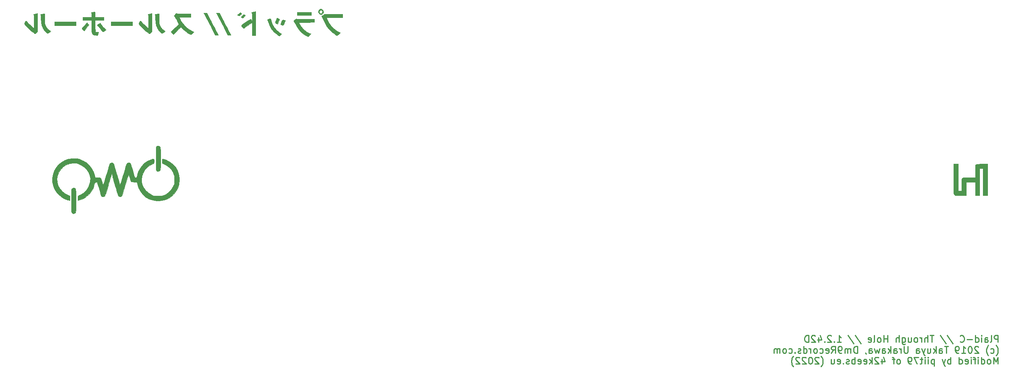
<source format=gbr>
%TF.GenerationSoftware,KiCad,Pcbnew,6.0.4-6f826c9f35~116~ubuntu22.04.1*%
%TF.CreationDate,2022-04-06T02:04:57+02:00*%
%TF.ProjectId,plaid,706c6169-642e-46b6-9963-61645f706362,rev?*%
%TF.SameCoordinates,Original*%
%TF.FileFunction,Legend,Bot*%
%TF.FilePolarity,Positive*%
%FSLAX46Y46*%
G04 Gerber Fmt 4.6, Leading zero omitted, Abs format (unit mm)*
G04 Created by KiCad (PCBNEW 6.0.4-6f826c9f35~116~ubuntu22.04.1) date 2022-04-06 02:04:57*
%MOMM*%
%LPD*%
G01*
G04 APERTURE LIST*
%ADD10C,0.250000*%
%ADD11C,0.010000*%
G04 APERTURE END LIST*
D10*
X256979357Y-127569071D02*
X256979357Y-126069071D01*
X256407928Y-126069071D01*
X256265071Y-126140500D01*
X256193642Y-126211928D01*
X256122214Y-126354785D01*
X256122214Y-126569071D01*
X256193642Y-126711928D01*
X256265071Y-126783357D01*
X256407928Y-126854785D01*
X256979357Y-126854785D01*
X255265071Y-127569071D02*
X255407928Y-127497642D01*
X255479357Y-127354785D01*
X255479357Y-126069071D01*
X254050785Y-127569071D02*
X254050785Y-126783357D01*
X254122214Y-126640500D01*
X254265071Y-126569071D01*
X254550785Y-126569071D01*
X254693642Y-126640500D01*
X254050785Y-127497642D02*
X254193642Y-127569071D01*
X254550785Y-127569071D01*
X254693642Y-127497642D01*
X254765071Y-127354785D01*
X254765071Y-127211928D01*
X254693642Y-127069071D01*
X254550785Y-126997642D01*
X254193642Y-126997642D01*
X254050785Y-126926214D01*
X253336500Y-127569071D02*
X253336500Y-126569071D01*
X253336500Y-126069071D02*
X253407928Y-126140500D01*
X253336500Y-126211928D01*
X253265071Y-126140500D01*
X253336500Y-126069071D01*
X253336500Y-126211928D01*
X251979357Y-127569071D02*
X251979357Y-126069071D01*
X251979357Y-127497642D02*
X252122214Y-127569071D01*
X252407928Y-127569071D01*
X252550785Y-127497642D01*
X252622214Y-127426214D01*
X252693642Y-127283357D01*
X252693642Y-126854785D01*
X252622214Y-126711928D01*
X252550785Y-126640500D01*
X252407928Y-126569071D01*
X252122214Y-126569071D01*
X251979357Y-126640500D01*
X251265071Y-126997642D02*
X250122214Y-126997642D01*
X248550785Y-127426214D02*
X248622214Y-127497642D01*
X248836500Y-127569071D01*
X248979357Y-127569071D01*
X249193642Y-127497642D01*
X249336500Y-127354785D01*
X249407928Y-127211928D01*
X249479357Y-126926214D01*
X249479357Y-126711928D01*
X249407928Y-126426214D01*
X249336500Y-126283357D01*
X249193642Y-126140500D01*
X248979357Y-126069071D01*
X248836500Y-126069071D01*
X248622214Y-126140500D01*
X248550785Y-126211928D01*
X245693642Y-125997642D02*
X246979357Y-127926214D01*
X244122214Y-125997642D02*
X245407928Y-127926214D01*
X242693642Y-126069071D02*
X241836500Y-126069071D01*
X242265071Y-127569071D02*
X242265071Y-126069071D01*
X241336500Y-127569071D02*
X241336500Y-126069071D01*
X240693642Y-127569071D02*
X240693642Y-126783357D01*
X240765071Y-126640500D01*
X240907928Y-126569071D01*
X241122214Y-126569071D01*
X241265071Y-126640500D01*
X241336500Y-126711928D01*
X239979357Y-127569071D02*
X239979357Y-126569071D01*
X239979357Y-126854785D02*
X239907928Y-126711928D01*
X239836500Y-126640500D01*
X239693642Y-126569071D01*
X239550785Y-126569071D01*
X238836500Y-127569071D02*
X238979357Y-127497642D01*
X239050785Y-127426214D01*
X239122214Y-127283357D01*
X239122214Y-126854785D01*
X239050785Y-126711928D01*
X238979357Y-126640500D01*
X238836500Y-126569071D01*
X238622214Y-126569071D01*
X238479357Y-126640500D01*
X238407928Y-126711928D01*
X238336500Y-126854785D01*
X238336500Y-127283357D01*
X238407928Y-127426214D01*
X238479357Y-127497642D01*
X238622214Y-127569071D01*
X238836500Y-127569071D01*
X237050785Y-126569071D02*
X237050785Y-127569071D01*
X237693642Y-126569071D02*
X237693642Y-127354785D01*
X237622214Y-127497642D01*
X237479357Y-127569071D01*
X237265071Y-127569071D01*
X237122214Y-127497642D01*
X237050785Y-127426214D01*
X235693642Y-126569071D02*
X235693642Y-127783357D01*
X235765071Y-127926214D01*
X235836500Y-127997642D01*
X235979357Y-128069071D01*
X236193642Y-128069071D01*
X236336500Y-127997642D01*
X235693642Y-127497642D02*
X235836500Y-127569071D01*
X236122214Y-127569071D01*
X236265071Y-127497642D01*
X236336500Y-127426214D01*
X236407928Y-127283357D01*
X236407928Y-126854785D01*
X236336500Y-126711928D01*
X236265071Y-126640500D01*
X236122214Y-126569071D01*
X235836500Y-126569071D01*
X235693642Y-126640500D01*
X234979357Y-127569071D02*
X234979357Y-126069071D01*
X234336500Y-127569071D02*
X234336500Y-126783357D01*
X234407928Y-126640500D01*
X234550785Y-126569071D01*
X234765071Y-126569071D01*
X234907928Y-126640500D01*
X234979357Y-126711928D01*
X232479357Y-127569071D02*
X232479357Y-126069071D01*
X232479357Y-126783357D02*
X231622214Y-126783357D01*
X231622214Y-127569071D02*
X231622214Y-126069071D01*
X230693642Y-127569071D02*
X230836500Y-127497642D01*
X230907928Y-127426214D01*
X230979357Y-127283357D01*
X230979357Y-126854785D01*
X230907928Y-126711928D01*
X230836500Y-126640500D01*
X230693642Y-126569071D01*
X230479357Y-126569071D01*
X230336500Y-126640500D01*
X230265071Y-126711928D01*
X230193642Y-126854785D01*
X230193642Y-127283357D01*
X230265071Y-127426214D01*
X230336500Y-127497642D01*
X230479357Y-127569071D01*
X230693642Y-127569071D01*
X229336500Y-127569071D02*
X229479357Y-127497642D01*
X229550785Y-127354785D01*
X229550785Y-126069071D01*
X228193642Y-127497642D02*
X228336500Y-127569071D01*
X228622214Y-127569071D01*
X228765071Y-127497642D01*
X228836500Y-127354785D01*
X228836500Y-126783357D01*
X228765071Y-126640500D01*
X228622214Y-126569071D01*
X228336500Y-126569071D01*
X228193642Y-126640500D01*
X228122214Y-126783357D01*
X228122214Y-126926214D01*
X228836500Y-127069071D01*
X225265071Y-125997642D02*
X226550785Y-127926214D01*
X223693642Y-125997642D02*
X224979357Y-127926214D01*
X221265071Y-127569071D02*
X222122214Y-127569071D01*
X221693642Y-127569071D02*
X221693642Y-126069071D01*
X221836500Y-126283357D01*
X221979357Y-126426214D01*
X222122214Y-126497642D01*
X220622214Y-127426214D02*
X220550785Y-127497642D01*
X220622214Y-127569071D01*
X220693642Y-127497642D01*
X220622214Y-127426214D01*
X220622214Y-127569071D01*
X219979357Y-126211928D02*
X219907928Y-126140500D01*
X219765071Y-126069071D01*
X219407928Y-126069071D01*
X219265071Y-126140500D01*
X219193642Y-126211928D01*
X219122214Y-126354785D01*
X219122214Y-126497642D01*
X219193642Y-126711928D01*
X220050785Y-127569071D01*
X219122214Y-127569071D01*
X218479357Y-127426214D02*
X218407928Y-127497642D01*
X218479357Y-127569071D01*
X218550785Y-127497642D01*
X218479357Y-127426214D01*
X218479357Y-127569071D01*
X217122214Y-126569071D02*
X217122214Y-127569071D01*
X217479357Y-125997642D02*
X217836500Y-127069071D01*
X216907928Y-127069071D01*
X216407928Y-126211928D02*
X216336500Y-126140500D01*
X216193642Y-126069071D01*
X215836500Y-126069071D01*
X215693642Y-126140500D01*
X215622214Y-126211928D01*
X215550785Y-126354785D01*
X215550785Y-126497642D01*
X215622214Y-126711928D01*
X216479357Y-127569071D01*
X215550785Y-127569071D01*
X214907928Y-127569071D02*
X214907928Y-126069071D01*
X214550785Y-126069071D01*
X214336500Y-126140500D01*
X214193642Y-126283357D01*
X214122214Y-126426214D01*
X214050785Y-126711928D01*
X214050785Y-126926214D01*
X214122214Y-127211928D01*
X214193642Y-127354785D01*
X214336500Y-127497642D01*
X214550785Y-127569071D01*
X214907928Y-127569071D01*
X256550785Y-130555500D02*
X256622214Y-130484071D01*
X256765071Y-130269785D01*
X256836500Y-130126928D01*
X256907928Y-129912642D01*
X256979357Y-129555500D01*
X256979357Y-129269785D01*
X256907928Y-128912642D01*
X256836500Y-128698357D01*
X256765071Y-128555500D01*
X256622214Y-128341214D01*
X256550785Y-128269785D01*
X255336500Y-129912642D02*
X255479357Y-129984071D01*
X255765071Y-129984071D01*
X255907928Y-129912642D01*
X255979357Y-129841214D01*
X256050785Y-129698357D01*
X256050785Y-129269785D01*
X255979357Y-129126928D01*
X255907928Y-129055500D01*
X255765071Y-128984071D01*
X255479357Y-128984071D01*
X255336500Y-129055500D01*
X254836500Y-130555500D02*
X254765071Y-130484071D01*
X254622214Y-130269785D01*
X254550785Y-130126928D01*
X254479357Y-129912642D01*
X254407928Y-129555500D01*
X254407928Y-129269785D01*
X254479357Y-128912642D01*
X254550785Y-128698357D01*
X254622214Y-128555500D01*
X254765071Y-128341214D01*
X254836500Y-128269785D01*
X252622214Y-128626928D02*
X252550785Y-128555500D01*
X252407928Y-128484071D01*
X252050785Y-128484071D01*
X251907928Y-128555500D01*
X251836500Y-128626928D01*
X251765071Y-128769785D01*
X251765071Y-128912642D01*
X251836500Y-129126928D01*
X252693642Y-129984071D01*
X251765071Y-129984071D01*
X250836500Y-128484071D02*
X250693642Y-128484071D01*
X250550785Y-128555500D01*
X250479357Y-128626928D01*
X250407928Y-128769785D01*
X250336500Y-129055500D01*
X250336500Y-129412642D01*
X250407928Y-129698357D01*
X250479357Y-129841214D01*
X250550785Y-129912642D01*
X250693642Y-129984071D01*
X250836500Y-129984071D01*
X250979357Y-129912642D01*
X251050785Y-129841214D01*
X251122214Y-129698357D01*
X251193642Y-129412642D01*
X251193642Y-129055500D01*
X251122214Y-128769785D01*
X251050785Y-128626928D01*
X250979357Y-128555500D01*
X250836500Y-128484071D01*
X248907928Y-129984071D02*
X249765071Y-129984071D01*
X249336500Y-129984071D02*
X249336500Y-128484071D01*
X249479357Y-128698357D01*
X249622214Y-128841214D01*
X249765071Y-128912642D01*
X248193642Y-129984071D02*
X247907928Y-129984071D01*
X247765071Y-129912642D01*
X247693642Y-129841214D01*
X247550785Y-129626928D01*
X247479357Y-129341214D01*
X247479357Y-128769785D01*
X247550785Y-128626928D01*
X247622214Y-128555500D01*
X247765071Y-128484071D01*
X248050785Y-128484071D01*
X248193642Y-128555500D01*
X248265071Y-128626928D01*
X248336500Y-128769785D01*
X248336500Y-129126928D01*
X248265071Y-129269785D01*
X248193642Y-129341214D01*
X248050785Y-129412642D01*
X247765071Y-129412642D01*
X247622214Y-129341214D01*
X247550785Y-129269785D01*
X247479357Y-129126928D01*
X245907928Y-128484071D02*
X245050785Y-128484071D01*
X245479357Y-129984071D02*
X245479357Y-128484071D01*
X243907928Y-129984071D02*
X243907928Y-129198357D01*
X243979357Y-129055500D01*
X244122214Y-128984071D01*
X244407928Y-128984071D01*
X244550785Y-129055500D01*
X243907928Y-129912642D02*
X244050785Y-129984071D01*
X244407928Y-129984071D01*
X244550785Y-129912642D01*
X244622214Y-129769785D01*
X244622214Y-129626928D01*
X244550785Y-129484071D01*
X244407928Y-129412642D01*
X244050785Y-129412642D01*
X243907928Y-129341214D01*
X243193642Y-129984071D02*
X243193642Y-128484071D01*
X243050785Y-129412642D02*
X242622214Y-129984071D01*
X242622214Y-128984071D02*
X243193642Y-129555500D01*
X241336500Y-128984071D02*
X241336500Y-129984071D01*
X241979357Y-128984071D02*
X241979357Y-129769785D01*
X241907928Y-129912642D01*
X241765071Y-129984071D01*
X241550785Y-129984071D01*
X241407928Y-129912642D01*
X241336500Y-129841214D01*
X240765071Y-128984071D02*
X240407928Y-129984071D01*
X240050785Y-128984071D02*
X240407928Y-129984071D01*
X240550785Y-130341214D01*
X240622214Y-130412642D01*
X240765071Y-130484071D01*
X238836500Y-129984071D02*
X238836500Y-129198357D01*
X238907928Y-129055500D01*
X239050785Y-128984071D01*
X239336500Y-128984071D01*
X239479357Y-129055500D01*
X238836500Y-129912642D02*
X238979357Y-129984071D01*
X239336500Y-129984071D01*
X239479357Y-129912642D01*
X239550785Y-129769785D01*
X239550785Y-129626928D01*
X239479357Y-129484071D01*
X239336500Y-129412642D01*
X238979357Y-129412642D01*
X238836500Y-129341214D01*
X236979357Y-128484071D02*
X236979357Y-129698357D01*
X236907928Y-129841214D01*
X236836500Y-129912642D01*
X236693642Y-129984071D01*
X236407928Y-129984071D01*
X236265071Y-129912642D01*
X236193642Y-129841214D01*
X236122214Y-129698357D01*
X236122214Y-128484071D01*
X235407928Y-129984071D02*
X235407928Y-128984071D01*
X235407928Y-129269785D02*
X235336500Y-129126928D01*
X235265071Y-129055500D01*
X235122214Y-128984071D01*
X234979357Y-128984071D01*
X233836500Y-129984071D02*
X233836500Y-129198357D01*
X233907928Y-129055500D01*
X234050785Y-128984071D01*
X234336500Y-128984071D01*
X234479357Y-129055500D01*
X233836500Y-129912642D02*
X233979357Y-129984071D01*
X234336500Y-129984071D01*
X234479357Y-129912642D01*
X234550785Y-129769785D01*
X234550785Y-129626928D01*
X234479357Y-129484071D01*
X234336500Y-129412642D01*
X233979357Y-129412642D01*
X233836500Y-129341214D01*
X233122214Y-129984071D02*
X233122214Y-128484071D01*
X232979357Y-129412642D02*
X232550785Y-129984071D01*
X232550785Y-128984071D02*
X233122214Y-129555500D01*
X231265071Y-129984071D02*
X231265071Y-129198357D01*
X231336500Y-129055500D01*
X231479357Y-128984071D01*
X231765071Y-128984071D01*
X231907928Y-129055500D01*
X231265071Y-129912642D02*
X231407928Y-129984071D01*
X231765071Y-129984071D01*
X231907928Y-129912642D01*
X231979357Y-129769785D01*
X231979357Y-129626928D01*
X231907928Y-129484071D01*
X231765071Y-129412642D01*
X231407928Y-129412642D01*
X231265071Y-129341214D01*
X230693642Y-128984071D02*
X230407928Y-129984071D01*
X230122214Y-129269785D01*
X229836500Y-129984071D01*
X229550785Y-128984071D01*
X228336500Y-129984071D02*
X228336500Y-129198357D01*
X228407928Y-129055500D01*
X228550785Y-128984071D01*
X228836500Y-128984071D01*
X228979357Y-129055500D01*
X228336500Y-129912642D02*
X228479357Y-129984071D01*
X228836500Y-129984071D01*
X228979357Y-129912642D01*
X229050785Y-129769785D01*
X229050785Y-129626928D01*
X228979357Y-129484071D01*
X228836500Y-129412642D01*
X228479357Y-129412642D01*
X228336500Y-129341214D01*
X227550785Y-129912642D02*
X227550785Y-129984071D01*
X227622214Y-130126928D01*
X227693642Y-130198357D01*
X225765071Y-129984071D02*
X225765071Y-128484071D01*
X225407928Y-128484071D01*
X225193642Y-128555500D01*
X225050785Y-128698357D01*
X224979357Y-128841214D01*
X224907928Y-129126928D01*
X224907928Y-129341214D01*
X224979357Y-129626928D01*
X225050785Y-129769785D01*
X225193642Y-129912642D01*
X225407928Y-129984071D01*
X225765071Y-129984071D01*
X224265071Y-129984071D02*
X224265071Y-128984071D01*
X224265071Y-129126928D02*
X224193642Y-129055500D01*
X224050785Y-128984071D01*
X223836500Y-128984071D01*
X223693642Y-129055500D01*
X223622214Y-129198357D01*
X223622214Y-129984071D01*
X223622214Y-129198357D02*
X223550785Y-129055500D01*
X223407928Y-128984071D01*
X223193642Y-128984071D01*
X223050785Y-129055500D01*
X222979357Y-129198357D01*
X222979357Y-129984071D01*
X222193642Y-129984071D02*
X221907928Y-129984071D01*
X221765071Y-129912642D01*
X221693642Y-129841214D01*
X221550785Y-129626928D01*
X221479357Y-129341214D01*
X221479357Y-128769785D01*
X221550785Y-128626928D01*
X221622214Y-128555500D01*
X221765071Y-128484071D01*
X222050785Y-128484071D01*
X222193642Y-128555500D01*
X222265071Y-128626928D01*
X222336500Y-128769785D01*
X222336500Y-129126928D01*
X222265071Y-129269785D01*
X222193642Y-129341214D01*
X222050785Y-129412642D01*
X221765071Y-129412642D01*
X221622214Y-129341214D01*
X221550785Y-129269785D01*
X221479357Y-129126928D01*
X219979357Y-129984071D02*
X220479357Y-129269785D01*
X220836500Y-129984071D02*
X220836500Y-128484071D01*
X220265071Y-128484071D01*
X220122214Y-128555500D01*
X220050785Y-128626928D01*
X219979357Y-128769785D01*
X219979357Y-128984071D01*
X220050785Y-129126928D01*
X220122214Y-129198357D01*
X220265071Y-129269785D01*
X220836500Y-129269785D01*
X218765071Y-129912642D02*
X218907928Y-129984071D01*
X219193642Y-129984071D01*
X219336500Y-129912642D01*
X219407928Y-129769785D01*
X219407928Y-129198357D01*
X219336500Y-129055500D01*
X219193642Y-128984071D01*
X218907928Y-128984071D01*
X218765071Y-129055500D01*
X218693642Y-129198357D01*
X218693642Y-129341214D01*
X219407928Y-129484071D01*
X217407928Y-129912642D02*
X217550785Y-129984071D01*
X217836500Y-129984071D01*
X217979357Y-129912642D01*
X218050785Y-129841214D01*
X218122214Y-129698357D01*
X218122214Y-129269785D01*
X218050785Y-129126928D01*
X217979357Y-129055500D01*
X217836500Y-128984071D01*
X217550785Y-128984071D01*
X217407928Y-129055500D01*
X216550785Y-129984071D02*
X216693642Y-129912642D01*
X216765071Y-129841214D01*
X216836500Y-129698357D01*
X216836500Y-129269785D01*
X216765071Y-129126928D01*
X216693642Y-129055500D01*
X216550785Y-128984071D01*
X216336500Y-128984071D01*
X216193642Y-129055500D01*
X216122214Y-129126928D01*
X216050785Y-129269785D01*
X216050785Y-129698357D01*
X216122214Y-129841214D01*
X216193642Y-129912642D01*
X216336500Y-129984071D01*
X216550785Y-129984071D01*
X215407928Y-129984071D02*
X215407928Y-128984071D01*
X215407928Y-129269785D02*
X215336500Y-129126928D01*
X215265071Y-129055500D01*
X215122214Y-128984071D01*
X214979357Y-128984071D01*
X213836500Y-129984071D02*
X213836500Y-128484071D01*
X213836500Y-129912642D02*
X213979357Y-129984071D01*
X214265071Y-129984071D01*
X214407928Y-129912642D01*
X214479357Y-129841214D01*
X214550785Y-129698357D01*
X214550785Y-129269785D01*
X214479357Y-129126928D01*
X214407928Y-129055500D01*
X214265071Y-128984071D01*
X213979357Y-128984071D01*
X213836500Y-129055500D01*
X213193642Y-129912642D02*
X213050785Y-129984071D01*
X212765071Y-129984071D01*
X212622214Y-129912642D01*
X212550785Y-129769785D01*
X212550785Y-129698357D01*
X212622214Y-129555500D01*
X212765071Y-129484071D01*
X212979357Y-129484071D01*
X213122214Y-129412642D01*
X213193642Y-129269785D01*
X213193642Y-129198357D01*
X213122214Y-129055500D01*
X212979357Y-128984071D01*
X212765071Y-128984071D01*
X212622214Y-129055500D01*
X211907928Y-129841214D02*
X211836500Y-129912642D01*
X211907928Y-129984071D01*
X211979357Y-129912642D01*
X211907928Y-129841214D01*
X211907928Y-129984071D01*
X210550785Y-129912642D02*
X210693642Y-129984071D01*
X210979357Y-129984071D01*
X211122214Y-129912642D01*
X211193642Y-129841214D01*
X211265071Y-129698357D01*
X211265071Y-129269785D01*
X211193642Y-129126928D01*
X211122214Y-129055500D01*
X210979357Y-128984071D01*
X210693642Y-128984071D01*
X210550785Y-129055500D01*
X209693642Y-129984071D02*
X209836500Y-129912642D01*
X209907928Y-129841214D01*
X209979357Y-129698357D01*
X209979357Y-129269785D01*
X209907928Y-129126928D01*
X209836500Y-129055500D01*
X209693642Y-128984071D01*
X209479357Y-128984071D01*
X209336500Y-129055500D01*
X209265071Y-129126928D01*
X209193642Y-129269785D01*
X209193642Y-129698357D01*
X209265071Y-129841214D01*
X209336500Y-129912642D01*
X209479357Y-129984071D01*
X209693642Y-129984071D01*
X208550785Y-129984071D02*
X208550785Y-128984071D01*
X208550785Y-129126928D02*
X208479357Y-129055500D01*
X208336500Y-128984071D01*
X208122214Y-128984071D01*
X207979357Y-129055500D01*
X207907928Y-129198357D01*
X207907928Y-129984071D01*
X207907928Y-129198357D02*
X207836500Y-129055500D01*
X207693642Y-128984071D01*
X207479357Y-128984071D01*
X207336500Y-129055500D01*
X207265071Y-129198357D01*
X207265071Y-129984071D01*
X256979357Y-132399071D02*
X256979357Y-130899071D01*
X256479357Y-131970500D01*
X255979357Y-130899071D01*
X255979357Y-132399071D01*
X255050785Y-132399071D02*
X255193642Y-132327642D01*
X255265071Y-132256214D01*
X255336500Y-132113357D01*
X255336500Y-131684785D01*
X255265071Y-131541928D01*
X255193642Y-131470500D01*
X255050785Y-131399071D01*
X254836500Y-131399071D01*
X254693642Y-131470500D01*
X254622214Y-131541928D01*
X254550785Y-131684785D01*
X254550785Y-132113357D01*
X254622214Y-132256214D01*
X254693642Y-132327642D01*
X254836500Y-132399071D01*
X255050785Y-132399071D01*
X253265071Y-132399071D02*
X253265071Y-130899071D01*
X253265071Y-132327642D02*
X253407928Y-132399071D01*
X253693642Y-132399071D01*
X253836500Y-132327642D01*
X253907928Y-132256214D01*
X253979357Y-132113357D01*
X253979357Y-131684785D01*
X253907928Y-131541928D01*
X253836500Y-131470500D01*
X253693642Y-131399071D01*
X253407928Y-131399071D01*
X253265071Y-131470500D01*
X252550785Y-132399071D02*
X252550785Y-131399071D01*
X252550785Y-130899071D02*
X252622214Y-130970500D01*
X252550785Y-131041928D01*
X252479357Y-130970500D01*
X252550785Y-130899071D01*
X252550785Y-131041928D01*
X252050785Y-131399071D02*
X251479357Y-131399071D01*
X251836500Y-132399071D02*
X251836500Y-131113357D01*
X251765071Y-130970500D01*
X251622214Y-130899071D01*
X251479357Y-130899071D01*
X250979357Y-132399071D02*
X250979357Y-131399071D01*
X250979357Y-130899071D02*
X251050785Y-130970500D01*
X250979357Y-131041928D01*
X250907928Y-130970500D01*
X250979357Y-130899071D01*
X250979357Y-131041928D01*
X249693642Y-132327642D02*
X249836500Y-132399071D01*
X250122214Y-132399071D01*
X250265071Y-132327642D01*
X250336500Y-132184785D01*
X250336500Y-131613357D01*
X250265071Y-131470500D01*
X250122214Y-131399071D01*
X249836500Y-131399071D01*
X249693642Y-131470500D01*
X249622214Y-131613357D01*
X249622214Y-131756214D01*
X250336500Y-131899071D01*
X248336500Y-132399071D02*
X248336500Y-130899071D01*
X248336500Y-132327642D02*
X248479357Y-132399071D01*
X248765071Y-132399071D01*
X248907928Y-132327642D01*
X248979357Y-132256214D01*
X249050785Y-132113357D01*
X249050785Y-131684785D01*
X248979357Y-131541928D01*
X248907928Y-131470500D01*
X248765071Y-131399071D01*
X248479357Y-131399071D01*
X248336500Y-131470500D01*
X246479357Y-132399071D02*
X246479357Y-130899071D01*
X246479357Y-131470500D02*
X246336500Y-131399071D01*
X246050785Y-131399071D01*
X245907928Y-131470500D01*
X245836500Y-131541928D01*
X245765071Y-131684785D01*
X245765071Y-132113357D01*
X245836500Y-132256214D01*
X245907928Y-132327642D01*
X246050785Y-132399071D01*
X246336500Y-132399071D01*
X246479357Y-132327642D01*
X245265071Y-131399071D02*
X244907928Y-132399071D01*
X244550785Y-131399071D02*
X244907928Y-132399071D01*
X245050785Y-132756214D01*
X245122214Y-132827642D01*
X245265071Y-132899071D01*
X242836500Y-131399071D02*
X242836500Y-132899071D01*
X242836500Y-131470500D02*
X242693642Y-131399071D01*
X242407928Y-131399071D01*
X242265071Y-131470500D01*
X242193642Y-131541928D01*
X242122214Y-131684785D01*
X242122214Y-132113357D01*
X242193642Y-132256214D01*
X242265071Y-132327642D01*
X242407928Y-132399071D01*
X242693642Y-132399071D01*
X242836500Y-132327642D01*
X241479357Y-132399071D02*
X241479357Y-131399071D01*
X241479357Y-130899071D02*
X241550785Y-130970500D01*
X241479357Y-131041928D01*
X241407928Y-130970500D01*
X241479357Y-130899071D01*
X241479357Y-131041928D01*
X240765071Y-132399071D02*
X240765071Y-131399071D01*
X240765071Y-130899071D02*
X240836500Y-130970500D01*
X240765071Y-131041928D01*
X240693642Y-130970500D01*
X240765071Y-130899071D01*
X240765071Y-131041928D01*
X240265071Y-131399071D02*
X239693642Y-131399071D01*
X240050785Y-130899071D02*
X240050785Y-132184785D01*
X239979357Y-132327642D01*
X239836500Y-132399071D01*
X239693642Y-132399071D01*
X239336500Y-130899071D02*
X238336500Y-130899071D01*
X238979357Y-132399071D01*
X237693642Y-132399071D02*
X237407928Y-132399071D01*
X237265071Y-132327642D01*
X237193642Y-132256214D01*
X237050785Y-132041928D01*
X236979357Y-131756214D01*
X236979357Y-131184785D01*
X237050785Y-131041928D01*
X237122214Y-130970500D01*
X237265071Y-130899071D01*
X237550785Y-130899071D01*
X237693642Y-130970500D01*
X237765071Y-131041928D01*
X237836500Y-131184785D01*
X237836500Y-131541928D01*
X237765071Y-131684785D01*
X237693642Y-131756214D01*
X237550785Y-131827642D01*
X237265071Y-131827642D01*
X237122214Y-131756214D01*
X237050785Y-131684785D01*
X236979357Y-131541928D01*
X234979357Y-132399071D02*
X235122214Y-132327642D01*
X235193642Y-132256214D01*
X235265071Y-132113357D01*
X235265071Y-131684785D01*
X235193642Y-131541928D01*
X235122214Y-131470500D01*
X234979357Y-131399071D01*
X234765071Y-131399071D01*
X234622214Y-131470500D01*
X234550785Y-131541928D01*
X234479357Y-131684785D01*
X234479357Y-132113357D01*
X234550785Y-132256214D01*
X234622214Y-132327642D01*
X234765071Y-132399071D01*
X234979357Y-132399071D01*
X234050785Y-131399071D02*
X233479357Y-131399071D01*
X233836500Y-132399071D02*
X233836500Y-131113357D01*
X233765071Y-130970500D01*
X233622214Y-130899071D01*
X233479357Y-130899071D01*
X231193642Y-131399071D02*
X231193642Y-132399071D01*
X231550785Y-130827642D02*
X231907928Y-131899071D01*
X230979357Y-131899071D01*
X230479357Y-131041928D02*
X230407928Y-130970500D01*
X230265071Y-130899071D01*
X229907928Y-130899071D01*
X229765071Y-130970500D01*
X229693642Y-131041928D01*
X229622214Y-131184785D01*
X229622214Y-131327642D01*
X229693642Y-131541928D01*
X230550785Y-132399071D01*
X229622214Y-132399071D01*
X228979357Y-132399071D02*
X228979357Y-130899071D01*
X228836500Y-131827642D02*
X228407928Y-132399071D01*
X228407928Y-131399071D02*
X228979357Y-131970500D01*
X227193642Y-132327642D02*
X227336500Y-132399071D01*
X227622214Y-132399071D01*
X227765071Y-132327642D01*
X227836500Y-132184785D01*
X227836500Y-131613357D01*
X227765071Y-131470500D01*
X227622214Y-131399071D01*
X227336500Y-131399071D01*
X227193642Y-131470500D01*
X227122214Y-131613357D01*
X227122214Y-131756214D01*
X227836500Y-131899071D01*
X225907928Y-132327642D02*
X226050785Y-132399071D01*
X226336500Y-132399071D01*
X226479357Y-132327642D01*
X226550785Y-132184785D01*
X226550785Y-131613357D01*
X226479357Y-131470500D01*
X226336500Y-131399071D01*
X226050785Y-131399071D01*
X225907928Y-131470500D01*
X225836500Y-131613357D01*
X225836500Y-131756214D01*
X226550785Y-131899071D01*
X225193642Y-132399071D02*
X225193642Y-130899071D01*
X225193642Y-131470500D02*
X225050785Y-131399071D01*
X224765071Y-131399071D01*
X224622214Y-131470500D01*
X224550785Y-131541928D01*
X224479357Y-131684785D01*
X224479357Y-132113357D01*
X224550785Y-132256214D01*
X224622214Y-132327642D01*
X224765071Y-132399071D01*
X225050785Y-132399071D01*
X225193642Y-132327642D01*
X223907928Y-132327642D02*
X223765071Y-132399071D01*
X223479357Y-132399071D01*
X223336500Y-132327642D01*
X223265071Y-132184785D01*
X223265071Y-132113357D01*
X223336500Y-131970500D01*
X223479357Y-131899071D01*
X223693642Y-131899071D01*
X223836500Y-131827642D01*
X223907928Y-131684785D01*
X223907928Y-131613357D01*
X223836500Y-131470500D01*
X223693642Y-131399071D01*
X223479357Y-131399071D01*
X223336500Y-131470500D01*
X222622214Y-132256214D02*
X222550785Y-132327642D01*
X222622214Y-132399071D01*
X222693642Y-132327642D01*
X222622214Y-132256214D01*
X222622214Y-132399071D01*
X221336500Y-132327642D02*
X221479357Y-132399071D01*
X221765071Y-132399071D01*
X221907928Y-132327642D01*
X221979357Y-132184785D01*
X221979357Y-131613357D01*
X221907928Y-131470500D01*
X221765071Y-131399071D01*
X221479357Y-131399071D01*
X221336500Y-131470500D01*
X221265071Y-131613357D01*
X221265071Y-131756214D01*
X221979357Y-131899071D01*
X219979357Y-131399071D02*
X219979357Y-132399071D01*
X220622214Y-131399071D02*
X220622214Y-132184785D01*
X220550785Y-132327642D01*
X220407928Y-132399071D01*
X220193642Y-132399071D01*
X220050785Y-132327642D01*
X219979357Y-132256214D01*
X217693642Y-132970500D02*
X217765071Y-132899071D01*
X217907928Y-132684785D01*
X217979357Y-132541928D01*
X218050785Y-132327642D01*
X218122214Y-131970500D01*
X218122214Y-131684785D01*
X218050785Y-131327642D01*
X217979357Y-131113357D01*
X217907928Y-130970500D01*
X217765071Y-130756214D01*
X217693642Y-130684785D01*
X217193642Y-131041928D02*
X217122214Y-130970500D01*
X216979357Y-130899071D01*
X216622214Y-130899071D01*
X216479357Y-130970500D01*
X216407928Y-131041928D01*
X216336500Y-131184785D01*
X216336500Y-131327642D01*
X216407928Y-131541928D01*
X217265071Y-132399071D01*
X216336500Y-132399071D01*
X215407928Y-130899071D02*
X215265071Y-130899071D01*
X215122214Y-130970500D01*
X215050785Y-131041928D01*
X214979357Y-131184785D01*
X214907928Y-131470500D01*
X214907928Y-131827642D01*
X214979357Y-132113357D01*
X215050785Y-132256214D01*
X215122214Y-132327642D01*
X215265071Y-132399071D01*
X215407928Y-132399071D01*
X215550785Y-132327642D01*
X215622214Y-132256214D01*
X215693642Y-132113357D01*
X215765071Y-131827642D01*
X215765071Y-131470500D01*
X215693642Y-131184785D01*
X215622214Y-131041928D01*
X215550785Y-130970500D01*
X215407928Y-130899071D01*
X214336500Y-131041928D02*
X214265071Y-130970500D01*
X214122214Y-130899071D01*
X213765071Y-130899071D01*
X213622214Y-130970500D01*
X213550785Y-131041928D01*
X213479357Y-131184785D01*
X213479357Y-131327642D01*
X213550785Y-131541928D01*
X214407928Y-132399071D01*
X213479357Y-132399071D01*
X212907928Y-131041928D02*
X212836500Y-130970500D01*
X212693642Y-130899071D01*
X212336500Y-130899071D01*
X212193642Y-130970500D01*
X212122214Y-131041928D01*
X212050785Y-131184785D01*
X212050785Y-131327642D01*
X212122214Y-131541928D01*
X212979357Y-132399071D01*
X212050785Y-132399071D01*
X211550785Y-132970500D02*
X211479357Y-132899071D01*
X211336500Y-132684785D01*
X211265071Y-132541928D01*
X211193642Y-132327642D01*
X211122214Y-131970500D01*
X211122214Y-131684785D01*
X211193642Y-131327642D01*
X211265071Y-131113357D01*
X211336500Y-130970500D01*
X211479357Y-130756214D01*
X211550785Y-130684785D01*
G36*
X92173120Y-54107684D02*
G01*
X92182064Y-54269224D01*
X92190030Y-54569376D01*
X92196729Y-54987942D01*
X92201872Y-55504727D01*
X92205170Y-56099534D01*
X92206333Y-56752167D01*
X92206333Y-59419167D01*
X91444333Y-59419167D01*
X91444333Y-56524336D01*
X90957500Y-56796651D01*
X90823127Y-56874673D01*
X90387204Y-57159542D01*
X89969018Y-57473870D01*
X89636651Y-57767611D01*
X89606193Y-57794826D01*
X89521391Y-57817153D01*
X89412560Y-57740605D01*
X89243794Y-57544820D01*
X89145538Y-57411042D01*
X89049381Y-57235459D01*
X89042743Y-57140453D01*
X89511795Y-56765581D01*
X90509952Y-56129532D01*
X91141903Y-55787273D01*
X91292560Y-56015720D01*
X91329369Y-56070766D01*
X91384581Y-56136863D01*
X91418278Y-56123414D01*
X91435808Y-56007974D01*
X91442524Y-55768095D01*
X91443775Y-55381330D01*
X91440711Y-55137890D01*
X91424094Y-54805016D01*
X91395971Y-54569049D01*
X91359666Y-54466166D01*
X91319858Y-54437974D01*
X91283458Y-54344947D01*
X91409929Y-54258813D01*
X91702501Y-54176849D01*
X91862066Y-54143203D01*
X92070490Y-54101470D01*
X92168167Y-54085166D01*
X92173120Y-54107684D01*
G37*
D11*
X92173120Y-54107684D02*
X92182064Y-54269224D01*
X92190030Y-54569376D01*
X92196729Y-54987942D01*
X92201872Y-55504727D01*
X92205170Y-56099534D01*
X92206333Y-56752167D01*
X92206333Y-59419167D01*
X91444333Y-59419167D01*
X91444333Y-56524336D01*
X90957500Y-56796651D01*
X90823127Y-56874673D01*
X90387204Y-57159542D01*
X89969018Y-57473870D01*
X89636651Y-57767611D01*
X89606193Y-57794826D01*
X89521391Y-57817153D01*
X89412560Y-57740605D01*
X89243794Y-57544820D01*
X89145538Y-57411042D01*
X89049381Y-57235459D01*
X89042743Y-57140453D01*
X89511795Y-56765581D01*
X90509952Y-56129532D01*
X91141903Y-55787273D01*
X91292560Y-56015720D01*
X91329369Y-56070766D01*
X91384581Y-56136863D01*
X91418278Y-56123414D01*
X91435808Y-56007974D01*
X91442524Y-55768095D01*
X91443775Y-55381330D01*
X91440711Y-55137890D01*
X91424094Y-54805016D01*
X91395971Y-54569049D01*
X91359666Y-54466166D01*
X91319858Y-54437974D01*
X91283458Y-54344947D01*
X91409929Y-54258813D01*
X91702501Y-54176849D01*
X91862066Y-54143203D01*
X92070490Y-54101470D01*
X92168167Y-54085166D01*
X92173120Y-54107684D01*
G36*
X104567666Y-54931833D02*
G01*
X101435000Y-54931833D01*
X101435000Y-54254500D01*
X104567666Y-54254500D01*
X104567666Y-54931833D01*
G37*
X104567666Y-54931833D02*
X101435000Y-54931833D01*
X101435000Y-54254500D01*
X104567666Y-54254500D01*
X104567666Y-54931833D01*
G36*
X88982758Y-54375851D02*
G01*
X89054570Y-54446464D01*
X89082649Y-54527317D01*
X89015105Y-54630554D01*
X88836446Y-54801208D01*
X88721034Y-54904646D01*
X88573878Y-55010421D01*
X88464482Y-55022337D01*
X88339762Y-54957052D01*
X88149304Y-54832259D01*
X88336318Y-54644840D01*
X88370233Y-54610978D01*
X88595750Y-54399922D01*
X88749541Y-54300148D01*
X88866809Y-54297007D01*
X88982758Y-54375851D01*
G37*
X88982758Y-54375851D02*
X89054570Y-54446464D01*
X89082649Y-54527317D01*
X89015105Y-54630554D01*
X88836446Y-54801208D01*
X88721034Y-54904646D01*
X88573878Y-55010421D01*
X88464482Y-55022337D01*
X88339762Y-54957052D01*
X88149304Y-54832259D01*
X88336318Y-54644840D01*
X88370233Y-54610978D01*
X88595750Y-54399922D01*
X88749541Y-54300148D01*
X88866809Y-54297007D01*
X88982758Y-54375851D01*
G36*
X89624836Y-54744588D02*
G01*
X89733202Y-54810363D01*
X89917523Y-54939467D01*
X89643762Y-55226164D01*
X89617747Y-55253418D01*
X89443537Y-55429132D01*
X89331850Y-55500968D01*
X89232506Y-55484343D01*
X89095329Y-55394676D01*
X88990532Y-55314941D01*
X88962215Y-55233167D01*
X89061141Y-55119510D01*
X89230061Y-54958538D01*
X89409733Y-54801900D01*
X89529169Y-54736175D01*
X89624836Y-54744588D01*
G37*
X89624836Y-54744588D02*
X89733202Y-54810363D01*
X89917523Y-54939467D01*
X89643762Y-55226164D01*
X89617747Y-55253418D01*
X89443537Y-55429132D01*
X89331850Y-55500968D01*
X89232506Y-55484343D01*
X89095329Y-55394676D01*
X88990532Y-55314941D01*
X88962215Y-55233167D01*
X89061141Y-55119510D01*
X89230061Y-54958538D01*
X89409733Y-54801900D01*
X89529169Y-54736175D01*
X89624836Y-54744588D01*
G36*
X109499500Y-54659650D02*
G01*
X111510333Y-54683799D01*
X111510333Y-55439833D01*
X107942922Y-55439833D01*
X108000644Y-55630333D01*
X108185440Y-56089903D01*
X108519993Y-56666050D01*
X108949011Y-57239945D01*
X109439862Y-57772951D01*
X109959914Y-58226435D01*
X110476537Y-58561760D01*
X111009075Y-58840023D01*
X110645871Y-59128773D01*
X110496681Y-59244110D01*
X110321283Y-59369351D01*
X110232445Y-59418345D01*
X110213875Y-59411768D01*
X110083762Y-59335538D01*
X109864207Y-59191884D01*
X109590293Y-59003471D01*
X109176017Y-58689055D01*
X108568587Y-58107792D01*
X108057612Y-57436248D01*
X107611409Y-56636530D01*
X107453353Y-56310114D01*
X107272407Y-55936441D01*
X107121368Y-55624546D01*
X107022180Y-55419743D01*
X106868914Y-55103319D01*
X107178790Y-54869410D01*
X107488666Y-54635500D01*
X109499500Y-54659650D01*
G37*
X109499500Y-54659650D02*
X111510333Y-54683799D01*
X111510333Y-55439833D01*
X107942922Y-55439833D01*
X108000644Y-55630333D01*
X108185440Y-56089903D01*
X108519993Y-56666050D01*
X108949011Y-57239945D01*
X109439862Y-57772951D01*
X109959914Y-58226435D01*
X110476537Y-58561760D01*
X111009075Y-58840023D01*
X110645871Y-59128773D01*
X110496681Y-59244110D01*
X110321283Y-59369351D01*
X110232445Y-59418345D01*
X110213875Y-59411768D01*
X110083762Y-59335538D01*
X109864207Y-59191884D01*
X109590293Y-59003471D01*
X109176017Y-58689055D01*
X108568587Y-58107792D01*
X108057612Y-57436248D01*
X107611409Y-56636530D01*
X107453353Y-56310114D01*
X107272407Y-55936441D01*
X107121368Y-55624546D01*
X107022180Y-55419743D01*
X106868914Y-55103319D01*
X107178790Y-54869410D01*
X107488666Y-54635500D01*
X109499500Y-54659650D01*
G36*
X43777000Y-58557447D02*
G01*
X43512842Y-58779722D01*
X43438210Y-58841759D01*
X43291159Y-58941041D01*
X43176748Y-58943283D01*
X43026008Y-58859835D01*
X42972212Y-58824822D01*
X42589962Y-58546378D01*
X42174465Y-58202194D01*
X41760132Y-57824817D01*
X41381374Y-57446792D01*
X41072601Y-57100664D01*
X40868223Y-56818979D01*
X40872894Y-56710781D01*
X40944247Y-56529893D01*
X41052194Y-56336334D01*
X41164696Y-56187171D01*
X41249716Y-56139469D01*
X41315671Y-56197607D01*
X41459763Y-56354747D01*
X41644843Y-56572763D01*
X41655546Y-56585676D01*
X41861317Y-56812074D01*
X42115351Y-57062957D01*
X42384486Y-57309051D01*
X42635563Y-57521079D01*
X42835421Y-57669765D01*
X42950899Y-57725833D01*
X42953148Y-57725391D01*
X42980030Y-57635377D01*
X42999422Y-57411822D01*
X43011640Y-57087928D01*
X43017003Y-56696899D01*
X43015826Y-56271938D01*
X43008427Y-55846249D01*
X42995124Y-55453034D01*
X42976233Y-55125498D01*
X42952071Y-54896843D01*
X42922956Y-54800274D01*
X42886604Y-54771379D01*
X42894713Y-54691351D01*
X43060363Y-54617831D01*
X43374833Y-54555539D01*
X43777000Y-54498124D01*
X43777000Y-58557447D01*
G37*
X43777000Y-58557447D02*
X43512842Y-58779722D01*
X43438210Y-58841759D01*
X43291159Y-58941041D01*
X43176748Y-58943283D01*
X43026008Y-58859835D01*
X42972212Y-58824822D01*
X42589962Y-58546378D01*
X42174465Y-58202194D01*
X41760132Y-57824817D01*
X41381374Y-57446792D01*
X41072601Y-57100664D01*
X40868223Y-56818979D01*
X40872894Y-56710781D01*
X40944247Y-56529893D01*
X41052194Y-56336334D01*
X41164696Y-56187171D01*
X41249716Y-56139469D01*
X41315671Y-56197607D01*
X41459763Y-56354747D01*
X41644843Y-56572763D01*
X41655546Y-56585676D01*
X41861317Y-56812074D01*
X42115351Y-57062957D01*
X42384486Y-57309051D01*
X42635563Y-57521079D01*
X42835421Y-57669765D01*
X42950899Y-57725833D01*
X42953148Y-57725391D01*
X42980030Y-57635377D01*
X42999422Y-57411822D01*
X43011640Y-57087928D01*
X43017003Y-56696899D01*
X43015826Y-56271938D01*
X43008427Y-55846249D01*
X42995124Y-55453034D01*
X42976233Y-55125498D01*
X42952071Y-54896843D01*
X42922956Y-54800274D01*
X42886604Y-54771379D01*
X42894713Y-54691351D01*
X43060363Y-54617831D01*
X43374833Y-54555539D01*
X43777000Y-54498124D01*
X43777000Y-58557447D01*
G36*
X74691787Y-54514630D02*
G01*
X74786431Y-54535779D01*
X75031677Y-54558672D01*
X75390458Y-54576851D01*
X75832060Y-54588842D01*
X76325767Y-54593167D01*
X77813000Y-54593167D01*
X77813000Y-55355167D01*
X75261589Y-55355167D01*
X75319092Y-55545667D01*
X75377010Y-55707557D01*
X75620235Y-56172063D01*
X75972173Y-56669364D01*
X76402791Y-57166635D01*
X76882057Y-57631049D01*
X77379941Y-58029780D01*
X77866409Y-58330002D01*
X78470151Y-58637837D01*
X78169100Y-58938889D01*
X78027698Y-59077978D01*
X77913623Y-59158467D01*
X77794249Y-59172676D01*
X77634785Y-59115088D01*
X77400442Y-58980185D01*
X77056430Y-58762452D01*
X76759736Y-58552691D01*
X76416749Y-58278449D01*
X76105052Y-58001334D01*
X75613911Y-57532865D01*
X75210622Y-57904492D01*
X75026154Y-58080619D01*
X74712160Y-58398648D01*
X74433682Y-58699476D01*
X74241317Y-58911597D01*
X74082201Y-59075842D01*
X73998580Y-59147923D01*
X73961734Y-59137220D01*
X73837595Y-59033762D01*
X73673843Y-58853601D01*
X73410557Y-58534190D01*
X73971739Y-57968676D01*
X74075125Y-57865733D01*
X74368954Y-57584299D01*
X74641866Y-57336978D01*
X74845749Y-57167850D01*
X75158578Y-56932539D01*
X74746842Y-56122686D01*
X74615231Y-55870635D01*
X74435928Y-55547765D01*
X74284536Y-55298036D01*
X74184189Y-55160988D01*
X74128931Y-55102218D01*
X74087382Y-55011999D01*
X74136614Y-54902905D01*
X74289156Y-54722618D01*
X74426554Y-54581535D01*
X74569161Y-54494130D01*
X74691787Y-54514630D01*
G37*
X74691787Y-54514630D02*
X74786431Y-54535779D01*
X75031677Y-54558672D01*
X75390458Y-54576851D01*
X75832060Y-54588842D01*
X76325767Y-54593167D01*
X77813000Y-54593167D01*
X77813000Y-55355167D01*
X75261589Y-55355167D01*
X75319092Y-55545667D01*
X75377010Y-55707557D01*
X75620235Y-56172063D01*
X75972173Y-56669364D01*
X76402791Y-57166635D01*
X76882057Y-57631049D01*
X77379941Y-58029780D01*
X77866409Y-58330002D01*
X78470151Y-58637837D01*
X78169100Y-58938889D01*
X78027698Y-59077978D01*
X77913623Y-59158467D01*
X77794249Y-59172676D01*
X77634785Y-59115088D01*
X77400442Y-58980185D01*
X77056430Y-58762452D01*
X76759736Y-58552691D01*
X76416749Y-58278449D01*
X76105052Y-58001334D01*
X75613911Y-57532865D01*
X75210622Y-57904492D01*
X75026154Y-58080619D01*
X74712160Y-58398648D01*
X74433682Y-58699476D01*
X74241317Y-58911597D01*
X74082201Y-59075842D01*
X73998580Y-59147923D01*
X73961734Y-59137220D01*
X73837595Y-59033762D01*
X73673843Y-58853601D01*
X73410557Y-58534190D01*
X73971739Y-57968676D01*
X74075125Y-57865733D01*
X74368954Y-57584299D01*
X74641866Y-57336978D01*
X74845749Y-57167850D01*
X75158578Y-56932539D01*
X74746842Y-56122686D01*
X74615231Y-55870635D01*
X74435928Y-55547765D01*
X74284536Y-55298036D01*
X74184189Y-55160988D01*
X74128931Y-55102218D01*
X74087382Y-55011999D01*
X74136614Y-54902905D01*
X74289156Y-54722618D01*
X74426554Y-54581535D01*
X74569161Y-54494130D01*
X74691787Y-54514630D01*
G36*
X54963811Y-56762524D02*
G01*
X55194426Y-56983468D01*
X54789294Y-57502817D01*
X54763259Y-57536321D01*
X54555431Y-57812679D01*
X54383760Y-58055404D01*
X54283190Y-58215305D01*
X54182218Y-58408444D01*
X53935169Y-58232530D01*
X53911300Y-58215317D01*
X53735972Y-58075270D01*
X53635969Y-57972232D01*
X53628770Y-57944953D01*
X53681583Y-57790668D01*
X53836708Y-57550137D01*
X54078212Y-57245994D01*
X54390162Y-56900874D01*
X54733196Y-56541581D01*
X54963811Y-56762524D01*
G37*
X54963811Y-56762524D02*
X55194426Y-56983468D01*
X54789294Y-57502817D01*
X54763259Y-57536321D01*
X54555431Y-57812679D01*
X54383760Y-58055404D01*
X54283190Y-58215305D01*
X54182218Y-58408444D01*
X53935169Y-58232530D01*
X53911300Y-58215317D01*
X53735972Y-58075270D01*
X53635969Y-57972232D01*
X53628770Y-57944953D01*
X53681583Y-57790668D01*
X53836708Y-57550137D01*
X54078212Y-57245994D01*
X54390162Y-56900874D01*
X54733196Y-56541581D01*
X54963811Y-56762524D01*
G36*
X57728531Y-56682811D02*
G01*
X57831459Y-56833796D01*
X57978117Y-57050438D01*
X58098236Y-57213582D01*
X58356480Y-57517898D01*
X58622528Y-57789043D01*
X59008380Y-58144709D01*
X58652857Y-58357803D01*
X58529789Y-58431035D01*
X58356397Y-58531819D01*
X58281469Y-58571699D01*
X58268110Y-58559723D01*
X58171503Y-58451791D01*
X58003576Y-58255724D01*
X57789727Y-58001000D01*
X57714329Y-57910643D01*
X57479831Y-57631887D01*
X57279659Y-57397071D01*
X57150612Y-57249466D01*
X57069864Y-57154204D01*
X57048526Y-57070398D01*
X57129634Y-56980521D01*
X57332622Y-56840957D01*
X57453542Y-56763507D01*
X57623159Y-56666186D01*
X57698715Y-56639991D01*
X57728531Y-56682811D01*
G37*
X57728531Y-56682811D02*
X57831459Y-56833796D01*
X57978117Y-57050438D01*
X58098236Y-57213582D01*
X58356480Y-57517898D01*
X58622528Y-57789043D01*
X59008380Y-58144709D01*
X58652857Y-58357803D01*
X58529789Y-58431035D01*
X58356397Y-58531819D01*
X58281469Y-58571699D01*
X58268110Y-58559723D01*
X58171503Y-58451791D01*
X58003576Y-58255724D01*
X57789727Y-58001000D01*
X57714329Y-57910643D01*
X57479831Y-57631887D01*
X57279659Y-57397071D01*
X57150612Y-57249466D01*
X57069864Y-57154204D01*
X57048526Y-57070398D01*
X57129634Y-56980521D01*
X57332622Y-56840957D01*
X57453542Y-56763507D01*
X57623159Y-56666186D01*
X57698715Y-56639991D01*
X57728531Y-56682811D01*
G36*
X56496272Y-54197057D02*
G01*
X56542280Y-54276749D01*
X56559239Y-54453121D01*
X56561666Y-54762500D01*
X56561666Y-55355167D01*
X58509000Y-55355167D01*
X58509000Y-56032500D01*
X56557256Y-56032500D01*
X56580628Y-57323667D01*
X56604000Y-58614833D01*
X56963943Y-58614833D01*
X57058654Y-58616713D01*
X57248382Y-58635520D01*
X57323776Y-58667993D01*
X57320694Y-58686648D01*
X57274600Y-58826672D01*
X57190833Y-59039070D01*
X57057999Y-59356986D01*
X56589429Y-59308625D01*
X56387075Y-59285810D01*
X56171755Y-59243892D01*
X56016758Y-59168771D01*
X55912171Y-59037759D01*
X55848081Y-58828169D01*
X55814575Y-58517312D01*
X55801742Y-58082499D01*
X55799666Y-57501044D01*
X55799666Y-56032500D01*
X53852333Y-56032500D01*
X53852333Y-55355167D01*
X55799666Y-55355167D01*
X55799666Y-54894497D01*
X55795226Y-54744663D01*
X55759171Y-54492809D01*
X55693833Y-54367125D01*
X55684669Y-54311371D01*
X55808880Y-54254081D01*
X56034964Y-54206890D01*
X56328833Y-54179850D01*
X56406700Y-54177718D01*
X56496272Y-54197057D01*
G37*
X56496272Y-54197057D02*
X56542280Y-54276749D01*
X56559239Y-54453121D01*
X56561666Y-54762500D01*
X56561666Y-55355167D01*
X58509000Y-55355167D01*
X58509000Y-56032500D01*
X56557256Y-56032500D01*
X56580628Y-57323667D01*
X56604000Y-58614833D01*
X56963943Y-58614833D01*
X57058654Y-58616713D01*
X57248382Y-58635520D01*
X57323776Y-58667993D01*
X57320694Y-58686648D01*
X57274600Y-58826672D01*
X57190833Y-59039070D01*
X57057999Y-59356986D01*
X56589429Y-59308625D01*
X56387075Y-59285810D01*
X56171755Y-59243892D01*
X56016758Y-59168771D01*
X55912171Y-59037759D01*
X55848081Y-58828169D01*
X55814575Y-58517312D01*
X55801742Y-58082499D01*
X55799666Y-57501044D01*
X55799666Y-56032500D01*
X53852333Y-56032500D01*
X53852333Y-55355167D01*
X55799666Y-55355167D01*
X55799666Y-54894497D01*
X55795226Y-54744663D01*
X55759171Y-54492809D01*
X55693833Y-54367125D01*
X55684669Y-54311371D01*
X55808880Y-54254081D01*
X56034964Y-54206890D01*
X56328833Y-54179850D01*
X56406700Y-54177718D01*
X56496272Y-54197057D01*
G36*
X45343333Y-55672667D02*
G01*
X45343449Y-55779991D01*
X45348674Y-56219011D01*
X45365491Y-56537478D01*
X45399148Y-56775880D01*
X45454891Y-56974706D01*
X45537969Y-57174445D01*
X45547418Y-57194822D01*
X45769660Y-57596445D01*
X46041438Y-57920223D01*
X46418042Y-58232635D01*
X46730750Y-58462487D01*
X46375708Y-58716743D01*
X46222531Y-58820560D01*
X46035809Y-58903693D01*
X45872336Y-58883948D01*
X45689534Y-58751197D01*
X45444831Y-58495314D01*
X45249922Y-58261152D01*
X44925836Y-57739345D01*
X44705124Y-57148819D01*
X44579080Y-56462254D01*
X44539000Y-55652329D01*
X44538920Y-55607228D01*
X44526342Y-55178135D01*
X44491678Y-54908966D01*
X44434020Y-54792279D01*
X44414229Y-54731467D01*
X44530015Y-54672075D01*
X44751623Y-54625464D01*
X45047000Y-54601606D01*
X45343333Y-54593167D01*
X45343333Y-55672667D01*
G37*
X45343333Y-55672667D02*
X45343449Y-55779991D01*
X45348674Y-56219011D01*
X45365491Y-56537478D01*
X45399148Y-56775880D01*
X45454891Y-56974706D01*
X45537969Y-57174445D01*
X45547418Y-57194822D01*
X45769660Y-57596445D01*
X46041438Y-57920223D01*
X46418042Y-58232635D01*
X46730750Y-58462487D01*
X46375708Y-58716743D01*
X46222531Y-58820560D01*
X46035809Y-58903693D01*
X45872336Y-58883948D01*
X45689534Y-58751197D01*
X45444831Y-58495314D01*
X45249922Y-58261152D01*
X44925836Y-57739345D01*
X44705124Y-57148819D01*
X44579080Y-56462254D01*
X44539000Y-55652329D01*
X44538920Y-55607228D01*
X44526342Y-55178135D01*
X44491678Y-54908966D01*
X44434020Y-54792279D01*
X44414229Y-54731467D01*
X44530015Y-54672075D01*
X44751623Y-54625464D01*
X45047000Y-54601606D01*
X45343333Y-54593167D01*
X45343333Y-55672667D01*
G36*
X52328333Y-57217833D02*
G01*
X47587000Y-57217833D01*
X47587000Y-56371167D01*
X52328333Y-56371167D01*
X52328333Y-57217833D01*
G37*
X52328333Y-57217833D02*
X47587000Y-57217833D01*
X47587000Y-56371167D01*
X52328333Y-56371167D01*
X52328333Y-57217833D01*
G36*
X64859000Y-57217833D02*
G01*
X60117666Y-57217833D01*
X60117666Y-56371167D01*
X64859000Y-56371167D01*
X64859000Y-57217833D01*
G37*
X64859000Y-57217833D02*
X60117666Y-57217833D01*
X60117666Y-56371167D01*
X64859000Y-56371167D01*
X64859000Y-57217833D01*
G36*
X82263929Y-56180667D02*
G01*
X82364434Y-56375639D01*
X82649953Y-56927846D01*
X82928073Y-57463518D01*
X83181322Y-57949123D01*
X83392228Y-58351128D01*
X83543317Y-58636000D01*
X83917868Y-59334500D01*
X83241575Y-59334500D01*
X82336738Y-57577667D01*
X82236232Y-57382694D01*
X81950713Y-56830487D01*
X81672593Y-56294815D01*
X81419344Y-55809210D01*
X81208438Y-55407205D01*
X81057350Y-55122333D01*
X80682798Y-54423833D01*
X81359092Y-54423833D01*
X82263929Y-56180667D01*
G37*
X82263929Y-56180667D02*
X82364434Y-56375639D01*
X82649953Y-56927846D01*
X82928073Y-57463518D01*
X83181322Y-57949123D01*
X83392228Y-58351128D01*
X83543317Y-58636000D01*
X83917868Y-59334500D01*
X83241575Y-59334500D01*
X82336738Y-57577667D01*
X82236232Y-57382694D01*
X81950713Y-56830487D01*
X81672593Y-56294815D01*
X81419344Y-55809210D01*
X81208438Y-55407205D01*
X81057350Y-55122333D01*
X80682798Y-54423833D01*
X81359092Y-54423833D01*
X82263929Y-56180667D01*
G36*
X98399226Y-55941414D02*
G01*
X98610220Y-56000632D01*
X98740818Y-56048886D01*
X98788580Y-56106104D01*
X98748096Y-56188543D01*
X98654652Y-56385087D01*
X98531960Y-56646333D01*
X98419225Y-56879492D01*
X98322410Y-57062899D01*
X98273702Y-57133167D01*
X98258543Y-57131967D01*
X98122205Y-57094338D01*
X97939149Y-57024719D01*
X97778570Y-56951391D01*
X97709666Y-56902638D01*
X97737974Y-56817956D01*
X97819149Y-56620421D01*
X97934665Y-56356644D01*
X98057371Y-56107275D01*
X98181241Y-55933685D01*
X98281197Y-55901918D01*
X98399226Y-55941414D01*
G37*
X98399226Y-55941414D02*
X98610220Y-56000632D01*
X98740818Y-56048886D01*
X98788580Y-56106104D01*
X98748096Y-56188543D01*
X98654652Y-56385087D01*
X98531960Y-56646333D01*
X98419225Y-56879492D01*
X98322410Y-57062899D01*
X98273702Y-57133167D01*
X98258543Y-57131967D01*
X98122205Y-57094338D01*
X97939149Y-57024719D01*
X97778570Y-56951391D01*
X97709666Y-56902638D01*
X97737974Y-56817956D01*
X97819149Y-56620421D01*
X97934665Y-56356644D01*
X98057371Y-56107275D01*
X98181241Y-55933685D01*
X98281197Y-55901918D01*
X98399226Y-55941414D01*
G36*
X95505193Y-55693265D02*
G01*
X95582198Y-55879220D01*
X95651997Y-56141759D01*
X95655867Y-56159987D01*
X95903971Y-56921630D01*
X96299117Y-57616276D01*
X96825052Y-58220889D01*
X97465524Y-58712431D01*
X97969084Y-59023246D01*
X97738868Y-59263539D01*
X97693390Y-59309843D01*
X97540457Y-59448166D01*
X97449140Y-59503833D01*
X97430608Y-59499864D01*
X97292840Y-59422784D01*
X97073405Y-59268497D01*
X96807717Y-59064793D01*
X96531186Y-58839461D01*
X96279226Y-58620292D01*
X96087247Y-58435076D01*
X96055709Y-58400841D01*
X95771945Y-58028406D01*
X95486829Y-57555533D01*
X95232403Y-57040228D01*
X95040710Y-56540500D01*
X94973706Y-56342612D01*
X94880092Y-56104679D01*
X94809437Y-55969008D01*
X94787549Y-55923954D01*
X94841414Y-55834541D01*
X95042190Y-55730909D01*
X95107104Y-55705350D01*
X95321545Y-55642643D01*
X95456269Y-55636050D01*
X95505193Y-55693265D01*
G37*
X95505193Y-55693265D02*
X95582198Y-55879220D01*
X95651997Y-56141759D01*
X95655867Y-56159987D01*
X95903971Y-56921630D01*
X96299117Y-57616276D01*
X96825052Y-58220889D01*
X97465524Y-58712431D01*
X97969084Y-59023246D01*
X97738868Y-59263539D01*
X97693390Y-59309843D01*
X97540457Y-59448166D01*
X97449140Y-59503833D01*
X97430608Y-59499864D01*
X97292840Y-59422784D01*
X97073405Y-59268497D01*
X96807717Y-59064793D01*
X96531186Y-58839461D01*
X96279226Y-58620292D01*
X96087247Y-58435076D01*
X96055709Y-58400841D01*
X95771945Y-58028406D01*
X95486829Y-57555533D01*
X95232403Y-57040228D01*
X95040710Y-56540500D01*
X94973706Y-56342612D01*
X94880092Y-56104679D01*
X94809437Y-55969008D01*
X94787549Y-55923954D01*
X94841414Y-55834541D01*
X95042190Y-55730909D01*
X95107104Y-55705350D01*
X95321545Y-55642643D01*
X95456269Y-55636050D01*
X95505193Y-55693265D01*
G36*
X69177000Y-58557447D02*
G01*
X68912842Y-58779722D01*
X68838210Y-58841759D01*
X68691159Y-58941041D01*
X68576748Y-58943283D01*
X68426008Y-58859835D01*
X68372212Y-58824822D01*
X67989962Y-58546378D01*
X67574465Y-58202194D01*
X67160132Y-57824817D01*
X66781374Y-57446792D01*
X66472601Y-57100664D01*
X66268223Y-56818979D01*
X66272894Y-56710781D01*
X66344247Y-56529893D01*
X66452194Y-56336334D01*
X66564696Y-56187171D01*
X66649716Y-56139469D01*
X66715671Y-56197607D01*
X66859763Y-56354747D01*
X67044843Y-56572763D01*
X67055546Y-56585676D01*
X67261317Y-56812074D01*
X67515351Y-57062957D01*
X67784486Y-57309051D01*
X68035563Y-57521079D01*
X68235421Y-57669765D01*
X68350899Y-57725833D01*
X68353148Y-57725391D01*
X68380030Y-57635377D01*
X68399422Y-57411822D01*
X68411640Y-57087928D01*
X68417003Y-56696899D01*
X68415826Y-56271938D01*
X68408427Y-55846249D01*
X68395124Y-55453034D01*
X68376233Y-55125498D01*
X68352071Y-54896843D01*
X68322956Y-54800274D01*
X68286604Y-54771379D01*
X68294713Y-54691351D01*
X68460363Y-54617831D01*
X68774833Y-54555539D01*
X69177000Y-54498124D01*
X69177000Y-58557447D01*
G37*
X69177000Y-58557447D02*
X68912842Y-58779722D01*
X68838210Y-58841759D01*
X68691159Y-58941041D01*
X68576748Y-58943283D01*
X68426008Y-58859835D01*
X68372212Y-58824822D01*
X67989962Y-58546378D01*
X67574465Y-58202194D01*
X67160132Y-57824817D01*
X66781374Y-57446792D01*
X66472601Y-57100664D01*
X66268223Y-56818979D01*
X66272894Y-56710781D01*
X66344247Y-56529893D01*
X66452194Y-56336334D01*
X66564696Y-56187171D01*
X66649716Y-56139469D01*
X66715671Y-56197607D01*
X66859763Y-56354747D01*
X67044843Y-56572763D01*
X67055546Y-56585676D01*
X67261317Y-56812074D01*
X67515351Y-57062957D01*
X67784486Y-57309051D01*
X68035563Y-57521079D01*
X68235421Y-57669765D01*
X68350899Y-57725833D01*
X68353148Y-57725391D01*
X68380030Y-57635377D01*
X68399422Y-57411822D01*
X68411640Y-57087928D01*
X68417003Y-56696899D01*
X68415826Y-56271938D01*
X68408427Y-55846249D01*
X68395124Y-55453034D01*
X68376233Y-55125498D01*
X68352071Y-54896843D01*
X68322956Y-54800274D01*
X68286604Y-54771379D01*
X68294713Y-54691351D01*
X68460363Y-54617831D01*
X68774833Y-54555539D01*
X69177000Y-54498124D01*
X69177000Y-58557447D01*
G36*
X97239939Y-55630050D02*
G01*
X97298824Y-55650099D01*
X97460856Y-55735311D01*
X97505350Y-55814862D01*
X97467556Y-55902484D01*
X97380202Y-56111304D01*
X97269583Y-56379469D01*
X97075254Y-56853439D01*
X96823757Y-56747693D01*
X96817096Y-56744864D01*
X96634676Y-56644262D01*
X96541599Y-56549963D01*
X96549672Y-56462605D01*
X96613849Y-56258035D01*
X96722014Y-55996928D01*
X96933090Y-55535876D01*
X97239939Y-55630050D01*
G37*
X97239939Y-55630050D02*
X97298824Y-55650099D01*
X97460856Y-55735311D01*
X97505350Y-55814862D01*
X97467556Y-55902484D01*
X97380202Y-56111304D01*
X97269583Y-56379469D01*
X97075254Y-56853439D01*
X96823757Y-56747693D01*
X96817096Y-56744864D01*
X96634676Y-56644262D01*
X96541599Y-56549963D01*
X96549672Y-56462605D01*
X96613849Y-56258035D01*
X96722014Y-55996928D01*
X96933090Y-55535876D01*
X97239939Y-55630050D01*
G36*
X70743333Y-55672667D02*
G01*
X70743449Y-55779991D01*
X70748674Y-56219011D01*
X70765491Y-56537478D01*
X70799148Y-56775880D01*
X70854891Y-56974706D01*
X70937969Y-57174445D01*
X70947418Y-57194822D01*
X71169660Y-57596445D01*
X71441438Y-57920223D01*
X71818042Y-58232635D01*
X72130750Y-58462487D01*
X71775708Y-58716743D01*
X71622531Y-58820560D01*
X71435809Y-58903693D01*
X71272336Y-58883948D01*
X71089534Y-58751197D01*
X70844831Y-58495314D01*
X70649922Y-58261152D01*
X70325836Y-57739345D01*
X70105124Y-57148819D01*
X69979080Y-56462254D01*
X69939000Y-55652329D01*
X69938920Y-55607228D01*
X69926342Y-55178135D01*
X69891678Y-54908966D01*
X69834020Y-54792279D01*
X69814229Y-54731467D01*
X69930015Y-54672075D01*
X70151623Y-54625464D01*
X70447000Y-54601606D01*
X70743333Y-54593167D01*
X70743333Y-55672667D01*
G37*
X70743333Y-55672667D02*
X70743449Y-55779991D01*
X70748674Y-56219011D01*
X70765491Y-56537478D01*
X70799148Y-56775880D01*
X70854891Y-56974706D01*
X70937969Y-57174445D01*
X70947418Y-57194822D01*
X71169660Y-57596445D01*
X71441438Y-57920223D01*
X71818042Y-58232635D01*
X72130750Y-58462487D01*
X71775708Y-58716743D01*
X71622531Y-58820560D01*
X71435809Y-58903693D01*
X71272336Y-58883948D01*
X71089534Y-58751197D01*
X70844831Y-58495314D01*
X70649922Y-58261152D01*
X70325836Y-57739345D01*
X70105124Y-57148819D01*
X69979080Y-56462254D01*
X69939000Y-55652329D01*
X69938920Y-55607228D01*
X69926342Y-55178135D01*
X69891678Y-54908966D01*
X69834020Y-54792279D01*
X69814229Y-54731467D01*
X69930015Y-54672075D01*
X70151623Y-54625464D01*
X70447000Y-54601606D01*
X70743333Y-54593167D01*
X70743333Y-55672667D01*
G36*
X107069182Y-54554682D02*
G01*
X107058156Y-54565470D01*
X106863791Y-54704987D01*
X106684333Y-54762500D01*
X106538395Y-54726578D01*
X106325745Y-54574734D01*
X106159069Y-54356005D01*
X106110649Y-54191856D01*
X106353352Y-54191856D01*
X106434201Y-54386160D01*
X106505173Y-54447436D01*
X106684333Y-54508500D01*
X106788916Y-54490518D01*
X106941530Y-54366633D01*
X107007486Y-54172400D01*
X106975052Y-53964074D01*
X106832500Y-53797913D01*
X106661424Y-53755841D01*
X106497078Y-53832221D01*
X106384349Y-53992385D01*
X106353352Y-54191856D01*
X106110649Y-54191856D01*
X106091666Y-54127500D01*
X106125193Y-53971137D01*
X106266915Y-53743298D01*
X106471061Y-53564717D01*
X106684333Y-53492500D01*
X106830272Y-53528421D01*
X107042921Y-53680266D01*
X107209597Y-53898994D01*
X107277000Y-54127500D01*
X107276877Y-54135172D01*
X107265820Y-54172400D01*
X107213568Y-54348335D01*
X107069182Y-54554682D01*
G37*
X107069182Y-54554682D02*
X107058156Y-54565470D01*
X106863791Y-54704987D01*
X106684333Y-54762500D01*
X106538395Y-54726578D01*
X106325745Y-54574734D01*
X106159069Y-54356005D01*
X106110649Y-54191856D01*
X106353352Y-54191856D01*
X106434201Y-54386160D01*
X106505173Y-54447436D01*
X106684333Y-54508500D01*
X106788916Y-54490518D01*
X106941530Y-54366633D01*
X107007486Y-54172400D01*
X106975052Y-53964074D01*
X106832500Y-53797913D01*
X106661424Y-53755841D01*
X106497078Y-53832221D01*
X106384349Y-53992385D01*
X106353352Y-54191856D01*
X106110649Y-54191856D01*
X106091666Y-54127500D01*
X106125193Y-53971137D01*
X106266915Y-53743298D01*
X106471061Y-53564717D01*
X106684333Y-53492500D01*
X106830272Y-53528421D01*
X107042921Y-53680266D01*
X107209597Y-53898994D01*
X107277000Y-54127500D01*
X107276877Y-54135172D01*
X107265820Y-54172400D01*
X107213568Y-54348335D01*
X107069182Y-54554682D01*
G36*
X85057929Y-56180667D02*
G01*
X85158434Y-56375639D01*
X85443953Y-56927846D01*
X85722073Y-57463518D01*
X85975322Y-57949123D01*
X86186228Y-58351128D01*
X86337317Y-58636000D01*
X86711868Y-59334500D01*
X86035575Y-59334500D01*
X85130738Y-57577667D01*
X85030232Y-57382694D01*
X84744713Y-56830487D01*
X84466593Y-56294815D01*
X84213344Y-55809210D01*
X84002438Y-55407205D01*
X83851350Y-55122333D01*
X83476798Y-54423833D01*
X84153092Y-54423833D01*
X85057929Y-56180667D01*
G37*
X85057929Y-56180667D02*
X85158434Y-56375639D01*
X85443953Y-56927846D01*
X85722073Y-57463518D01*
X85975322Y-57949123D01*
X86186228Y-58351128D01*
X86337317Y-58636000D01*
X86711868Y-59334500D01*
X86035575Y-59334500D01*
X85130738Y-57577667D01*
X85030232Y-57382694D01*
X84744713Y-56830487D01*
X84466593Y-56294815D01*
X84213344Y-55809210D01*
X84002438Y-55407205D01*
X83851350Y-55122333D01*
X83476798Y-54423833D01*
X84153092Y-54423833D01*
X85057929Y-56180667D01*
G36*
X101218786Y-55686475D02*
G01*
X101301231Y-55716963D01*
X101545315Y-55744041D01*
X101951658Y-55763254D01*
X102522563Y-55774706D01*
X103260330Y-55778500D01*
X105245000Y-55778500D01*
X105245000Y-56452398D01*
X103507003Y-56475282D01*
X101769005Y-56498167D01*
X101989755Y-56941020D01*
X102218868Y-57322646D01*
X102571216Y-57766270D01*
X102984084Y-58182229D01*
X103423078Y-58539744D01*
X103853800Y-58808035D01*
X104241857Y-58956324D01*
X104500479Y-59013127D01*
X104180345Y-59340974D01*
X103860210Y-59668822D01*
X103269335Y-59353494D01*
X103014727Y-59206817D01*
X102323043Y-58679684D01*
X101736289Y-58024220D01*
X101264638Y-57251093D01*
X101167523Y-57059279D01*
X100993355Y-56733692D01*
X100842745Y-56474054D01*
X100740283Y-56323847D01*
X100676670Y-56245658D01*
X100644879Y-56151821D01*
X100706083Y-56044279D01*
X100875564Y-55871989D01*
X100954295Y-55799516D01*
X101126846Y-55679975D01*
X101218786Y-55686475D01*
G37*
X101218786Y-55686475D02*
X101301231Y-55716963D01*
X101545315Y-55744041D01*
X101951658Y-55763254D01*
X102522563Y-55774706D01*
X103260330Y-55778500D01*
X105245000Y-55778500D01*
X105245000Y-56452398D01*
X103507003Y-56475282D01*
X101769005Y-56498167D01*
X101989755Y-56941020D01*
X102218868Y-57322646D01*
X102571216Y-57766270D01*
X102984084Y-58182229D01*
X103423078Y-58539744D01*
X103853800Y-58808035D01*
X104241857Y-58956324D01*
X104500479Y-59013127D01*
X104180345Y-59340974D01*
X103860210Y-59668822D01*
X103269335Y-59353494D01*
X103014727Y-59206817D01*
X102323043Y-58679684D01*
X101736289Y-58024220D01*
X101264638Y-57251093D01*
X101167523Y-57059279D01*
X100993355Y-56733692D01*
X100842745Y-56474054D01*
X100740283Y-56323847D01*
X100676670Y-56245658D01*
X100644879Y-56151821D01*
X100706083Y-56044279D01*
X100875564Y-55871989D01*
X100954295Y-55799516D01*
X101126846Y-55679975D01*
X101218786Y-55686475D01*
G36*
X52097828Y-93375301D02*
G01*
X52130512Y-93398905D01*
X52176650Y-93443087D01*
X52212619Y-93508745D01*
X52239684Y-93614360D01*
X52259112Y-93778415D01*
X52272168Y-94019392D01*
X52280118Y-94355773D01*
X52284230Y-94806042D01*
X52285768Y-95388678D01*
X52286000Y-96122167D01*
X52285949Y-96576423D01*
X52285095Y-97218216D01*
X52282183Y-97720119D01*
X52275948Y-98100615D01*
X52265122Y-98378185D01*
X52248440Y-98571312D01*
X52224636Y-98698478D01*
X52192443Y-98778165D01*
X52150596Y-98828856D01*
X52097828Y-98869032D01*
X51923190Y-98964238D01*
X51673245Y-98980371D01*
X51439333Y-98831500D01*
X51437159Y-98829318D01*
X51389365Y-98773687D01*
X51351657Y-98701252D01*
X51322843Y-98592949D01*
X51301731Y-98429709D01*
X51287130Y-98192469D01*
X51277848Y-97862160D01*
X51272694Y-97419718D01*
X51270475Y-96846075D01*
X51270000Y-96122167D01*
X51270000Y-96089548D01*
X51270523Y-95372123D01*
X51272838Y-94804189D01*
X51278137Y-94366680D01*
X51287612Y-94040528D01*
X51302455Y-93806670D01*
X51323857Y-93646037D01*
X51353009Y-93539564D01*
X51391104Y-93468185D01*
X51439333Y-93412833D01*
X51586649Y-93299277D01*
X51828700Y-93255102D01*
X52097828Y-93375301D01*
G37*
X52097828Y-93375301D02*
X52130512Y-93398905D01*
X52176650Y-93443087D01*
X52212619Y-93508745D01*
X52239684Y-93614360D01*
X52259112Y-93778415D01*
X52272168Y-94019392D01*
X52280118Y-94355773D01*
X52284230Y-94806042D01*
X52285768Y-95388678D01*
X52286000Y-96122167D01*
X52285949Y-96576423D01*
X52285095Y-97218216D01*
X52282183Y-97720119D01*
X52275948Y-98100615D01*
X52265122Y-98378185D01*
X52248440Y-98571312D01*
X52224636Y-98698478D01*
X52192443Y-98778165D01*
X52150596Y-98828856D01*
X52097828Y-98869032D01*
X51923190Y-98964238D01*
X51673245Y-98980371D01*
X51439333Y-98831500D01*
X51437159Y-98829318D01*
X51389365Y-98773687D01*
X51351657Y-98701252D01*
X51322843Y-98592949D01*
X51301731Y-98429709D01*
X51287130Y-98192469D01*
X51277848Y-97862160D01*
X51272694Y-97419718D01*
X51270475Y-96846075D01*
X51270000Y-96122167D01*
X51270000Y-96089548D01*
X51270523Y-95372123D01*
X51272838Y-94804189D01*
X51278137Y-94366680D01*
X51287612Y-94040528D01*
X51302455Y-93806670D01*
X51323857Y-93646037D01*
X51353009Y-93539564D01*
X51391104Y-93468185D01*
X51439333Y-93412833D01*
X51586649Y-93299277D01*
X51828700Y-93255102D01*
X52097828Y-93375301D01*
G36*
X70658280Y-83932950D02*
G01*
X70781014Y-83953649D01*
X70877439Y-84009177D01*
X70950726Y-84116346D01*
X71004042Y-84291969D01*
X71040558Y-84552858D01*
X71063443Y-84915827D01*
X71075865Y-85397688D01*
X71080994Y-86015255D01*
X71082000Y-86785339D01*
X71081594Y-87448035D01*
X71079471Y-88023685D01*
X71074394Y-88467110D01*
X71065126Y-88797642D01*
X71050432Y-89034613D01*
X71029075Y-89197353D01*
X70999819Y-89305194D01*
X70961428Y-89377465D01*
X70912666Y-89433500D01*
X70685963Y-89571428D01*
X70424223Y-89587708D01*
X70199047Y-89469786D01*
X70191872Y-89462127D01*
X70155240Y-89399802D01*
X70126325Y-89293784D01*
X70104254Y-89126125D01*
X70088154Y-88878877D01*
X70077152Y-88534094D01*
X70070374Y-88073827D01*
X70066948Y-87480129D01*
X70066000Y-86735052D01*
X70066491Y-86313984D01*
X70070572Y-85595369D01*
X70079160Y-85028040D01*
X70092706Y-84600006D01*
X70111661Y-84299276D01*
X70136476Y-84113860D01*
X70167600Y-84031766D01*
X70168325Y-84031048D01*
X70320897Y-83959775D01*
X70543799Y-83930167D01*
X70658280Y-83932950D01*
G37*
X70658280Y-83932950D02*
X70781014Y-83953649D01*
X70877439Y-84009177D01*
X70950726Y-84116346D01*
X71004042Y-84291969D01*
X71040558Y-84552858D01*
X71063443Y-84915827D01*
X71075865Y-85397688D01*
X71080994Y-86015255D01*
X71082000Y-86785339D01*
X71081594Y-87448035D01*
X71079471Y-88023685D01*
X71074394Y-88467110D01*
X71065126Y-88797642D01*
X71050432Y-89034613D01*
X71029075Y-89197353D01*
X70999819Y-89305194D01*
X70961428Y-89377465D01*
X70912666Y-89433500D01*
X70685963Y-89571428D01*
X70424223Y-89587708D01*
X70199047Y-89469786D01*
X70191872Y-89462127D01*
X70155240Y-89399802D01*
X70126325Y-89293784D01*
X70104254Y-89126125D01*
X70088154Y-88878877D01*
X70077152Y-88534094D01*
X70070374Y-88073827D01*
X70066948Y-87480129D01*
X70066000Y-86735052D01*
X70066491Y-86313984D01*
X70070572Y-85595369D01*
X70079160Y-85028040D01*
X70092706Y-84600006D01*
X70111661Y-84299276D01*
X70136476Y-84113860D01*
X70167600Y-84031766D01*
X70168325Y-84031048D01*
X70320897Y-83959775D01*
X70543799Y-83930167D01*
X70658280Y-83932950D01*
G36*
X52525697Y-86769991D02*
G01*
X53001238Y-86853570D01*
X53178817Y-86904046D01*
X53951703Y-87226026D01*
X54659416Y-87685479D01*
X55281684Y-88261037D01*
X55798233Y-88931333D01*
X56188790Y-89674999D01*
X56433081Y-90470667D01*
X56531339Y-90957500D01*
X57116051Y-90957500D01*
X57142799Y-90957520D01*
X57431435Y-90966379D01*
X57638146Y-91009257D01*
X57787443Y-91112226D01*
X57903838Y-91301360D01*
X58011842Y-91602733D01*
X58135966Y-92042419D01*
X58171877Y-92170048D01*
X58263926Y-92451390D01*
X58338888Y-92614191D01*
X58386874Y-92635086D01*
X58390035Y-92628234D01*
X58434768Y-92496490D01*
X58517956Y-92227059D01*
X58633138Y-91841739D01*
X58773855Y-91362329D01*
X58933646Y-90810629D01*
X59106050Y-90208436D01*
X59133171Y-90113420D01*
X59306838Y-89516624D01*
X59470440Y-88973353D01*
X59616968Y-88505544D01*
X59739410Y-88135136D01*
X59830755Y-87884066D01*
X59883992Y-87774270D01*
X59923361Y-87741246D01*
X60148074Y-87663562D01*
X60401687Y-87685531D01*
X60599340Y-87803667D01*
X60606542Y-87814045D01*
X60669357Y-87959917D01*
X60768713Y-88242755D01*
X60897595Y-88640438D01*
X61048990Y-89130843D01*
X61215884Y-89691849D01*
X61391262Y-90301333D01*
X61432554Y-90446877D01*
X61601636Y-91035526D01*
X61756339Y-91562776D01*
X61890462Y-92008279D01*
X61997803Y-92351688D01*
X62072161Y-92572656D01*
X62107333Y-92650833D01*
X62111768Y-92646342D01*
X62156739Y-92532660D01*
X62239433Y-92280987D01*
X62353648Y-91911670D01*
X62493183Y-91445057D01*
X62651836Y-90901495D01*
X62823405Y-90301333D01*
X62856933Y-90183252D01*
X63031243Y-89581248D01*
X63195740Y-89031910D01*
X63343412Y-88557361D01*
X63467242Y-88179723D01*
X63560218Y-87921117D01*
X63615326Y-87803667D01*
X63652878Y-87766955D01*
X63871010Y-87671604D01*
X64124802Y-87672399D01*
X64329392Y-87772987D01*
X64392208Y-87884529D01*
X64489254Y-88128070D01*
X64603585Y-88463178D01*
X64721623Y-88852487D01*
X64798172Y-89120751D01*
X64964050Y-89701802D01*
X65092667Y-90145833D01*
X65191421Y-90471176D01*
X65267713Y-90696166D01*
X65328944Y-90839136D01*
X65382511Y-90918421D01*
X65435816Y-90952354D01*
X65496258Y-90959269D01*
X65571236Y-90957500D01*
X65705644Y-90945385D01*
X65789857Y-90882994D01*
X65849332Y-90731389D01*
X65910160Y-90451628D01*
X65951393Y-90275122D01*
X66142997Y-89724080D01*
X66418763Y-89149534D01*
X66745518Y-88615216D01*
X67090086Y-88184858D01*
X67417302Y-87875224D01*
X68127192Y-87364969D01*
X68905009Y-86990799D01*
X69005247Y-86953706D01*
X69317669Y-86847008D01*
X69507533Y-86817725D01*
X69603216Y-86879082D01*
X69633092Y-87044304D01*
X69625540Y-87326618D01*
X69600333Y-87844403D01*
X69177000Y-88003265D01*
X68988330Y-88085851D01*
X68644743Y-88273564D01*
X68332356Y-88482337D01*
X68031454Y-88735035D01*
X67530117Y-89302828D01*
X67168764Y-89931493D01*
X66945165Y-90601421D01*
X66857094Y-91293003D01*
X66902323Y-91986632D01*
X67078624Y-92662699D01*
X67383770Y-93301596D01*
X67815533Y-93883716D01*
X68371686Y-94389449D01*
X69050000Y-94799187D01*
X69119789Y-94832515D01*
X69361915Y-94939333D01*
X69575029Y-95007045D01*
X69808707Y-95044480D01*
X70112525Y-95060466D01*
X70536058Y-95063833D01*
X70776805Y-95063323D01*
X71123711Y-95055630D01*
X71379444Y-95030546D01*
X71594915Y-94977881D01*
X71821034Y-94887444D01*
X72108710Y-94749046D01*
X72280110Y-94659037D01*
X72937717Y-94198214D01*
X73483362Y-93615432D01*
X73901277Y-92926722D01*
X73935589Y-92853813D01*
X74045123Y-92602912D01*
X74114449Y-92384956D01*
X74152683Y-92149386D01*
X74168940Y-91845643D01*
X74172333Y-91423167D01*
X74172196Y-91304981D01*
X74166472Y-90916546D01*
X74145633Y-90634352D01*
X74100564Y-90407837D01*
X74022150Y-90186443D01*
X73901277Y-89919611D01*
X73895862Y-89908229D01*
X73482745Y-89235147D01*
X72941912Y-88659064D01*
X72296297Y-88200050D01*
X71568833Y-87878179D01*
X71539744Y-87866370D01*
X71466601Y-87786778D01*
X71430403Y-87617660D01*
X71420666Y-87319490D01*
X71421045Y-87197689D01*
X71434877Y-86970573D01*
X71490538Y-86849402D01*
X71617305Y-86822297D01*
X71844453Y-86877380D01*
X72201258Y-87002772D01*
X72383343Y-87073359D01*
X73142031Y-87473099D01*
X73811288Y-88001036D01*
X74372970Y-88637437D01*
X74808931Y-89362565D01*
X75101026Y-90156685D01*
X75176919Y-90552132D01*
X75226154Y-91138138D01*
X75223222Y-91756753D01*
X75169011Y-92343128D01*
X75064408Y-92832415D01*
X74887661Y-93305321D01*
X74479513Y-94043577D01*
X73947987Y-94702636D01*
X73315217Y-95260870D01*
X72603339Y-95696650D01*
X71834490Y-95988347D01*
X71736471Y-96011885D01*
X71294746Y-96076780D01*
X70769394Y-96108223D01*
X70222766Y-96105947D01*
X69717214Y-96069684D01*
X69315088Y-95999166D01*
X68497082Y-95698434D01*
X67754899Y-95256185D01*
X67110765Y-94689591D01*
X66578902Y-94013705D01*
X66173530Y-93243576D01*
X65908871Y-92394255D01*
X65822611Y-91992040D01*
X65225742Y-91958314D01*
X64944689Y-91934510D01*
X64669756Y-91878116D01*
X64532270Y-91791772D01*
X64510191Y-91753198D01*
X64432062Y-91561714D01*
X64333769Y-91271013D01*
X64231368Y-90927228D01*
X64185492Y-90767241D01*
X64094087Y-90474119D01*
X64020471Y-90271456D01*
X63977368Y-90195883D01*
X63976421Y-90196216D01*
X63938705Y-90284059D01*
X63862558Y-90512825D01*
X63754352Y-90861578D01*
X63620456Y-91309380D01*
X63467243Y-91835294D01*
X63301083Y-92418383D01*
X63177343Y-92857526D01*
X62990879Y-93517517D01*
X62840550Y-94039897D01*
X62719488Y-94440715D01*
X62620826Y-94736020D01*
X62537696Y-94941862D01*
X62463229Y-95074289D01*
X62390557Y-95149351D01*
X62312812Y-95183096D01*
X62223127Y-95191574D01*
X62114632Y-95190833D01*
X62078777Y-95190484D01*
X61825104Y-95151271D01*
X61693234Y-95038753D01*
X61678308Y-95003736D01*
X61614549Y-94817646D01*
X61516230Y-94505486D01*
X61391212Y-94093024D01*
X61247359Y-93606024D01*
X61092533Y-93070253D01*
X61046099Y-92907920D01*
X60882888Y-92338491D01*
X60726589Y-91794834D01*
X60587081Y-91311215D01*
X60474244Y-90921903D01*
X60397959Y-90661167D01*
X60222696Y-90068500D01*
X59526254Y-92500411D01*
X59470328Y-92694917D01*
X59293238Y-93300606D01*
X59128165Y-93850367D01*
X58981835Y-94322772D01*
X58860970Y-94696394D01*
X58772297Y-94949805D01*
X58722539Y-95061577D01*
X58599284Y-95141050D01*
X58371446Y-95186048D01*
X58137123Y-95168210D01*
X57977117Y-95085000D01*
X57929108Y-94987403D01*
X57843287Y-94754847D01*
X57736778Y-94429170D01*
X57622393Y-94047833D01*
X57532012Y-93733072D01*
X57369678Y-93167618D01*
X57244403Y-92737561D01*
X57148641Y-92424510D01*
X57074850Y-92210076D01*
X57015482Y-92075868D01*
X56962995Y-92003497D01*
X56909842Y-91974572D01*
X56848479Y-91970703D01*
X56771361Y-91973500D01*
X56695124Y-91976298D01*
X56543353Y-92034747D01*
X56470122Y-92206333D01*
X56322267Y-92779553D01*
X56095765Y-93405898D01*
X55808731Y-93949003D01*
X55439313Y-94456577D01*
X55214229Y-94706104D01*
X54707062Y-95156235D01*
X54141872Y-95540716D01*
X53563437Y-95831043D01*
X53016540Y-95998713D01*
X52709333Y-96056345D01*
X52709333Y-95536265D01*
X52710217Y-95421096D01*
X52726894Y-95166524D01*
X52772574Y-95028395D01*
X52857500Y-94967385D01*
X53490425Y-94694258D01*
X54138443Y-94251442D01*
X54681236Y-93688560D01*
X55103035Y-93022420D01*
X55388072Y-92269833D01*
X55464743Y-91900418D01*
X55492806Y-91178881D01*
X55369189Y-90474766D01*
X55105268Y-89807821D01*
X54712422Y-89197789D01*
X54202026Y-88664418D01*
X53585459Y-88227454D01*
X52874097Y-87906642D01*
X52380968Y-87785913D01*
X51675746Y-87744165D01*
X50967397Y-87836784D01*
X50308740Y-88060599D01*
X50055698Y-88190209D01*
X49419684Y-88632582D01*
X48895163Y-89177739D01*
X48493700Y-89804806D01*
X48226862Y-90492907D01*
X48106217Y-91221166D01*
X48143330Y-91968707D01*
X48152680Y-92024592D01*
X48367649Y-92781589D01*
X48727265Y-93464592D01*
X49217046Y-94055855D01*
X49822507Y-94537630D01*
X50529166Y-94892171D01*
X50931333Y-95044505D01*
X50931333Y-96059656D01*
X50613833Y-96008371D01*
X50479442Y-95981248D01*
X49978140Y-95806274D01*
X49440833Y-95522864D01*
X48911387Y-95156671D01*
X48433666Y-94733350D01*
X48169908Y-94448264D01*
X47714076Y-93822252D01*
X47386540Y-93137425D01*
X47163237Y-92348613D01*
X47096329Y-91935142D01*
X47078498Y-91088900D01*
X47213272Y-90266748D01*
X47489399Y-89486710D01*
X47895628Y-88766809D01*
X48420705Y-88125072D01*
X49053379Y-87579521D01*
X49782396Y-87148182D01*
X50596506Y-86849079D01*
X50855353Y-86795182D01*
X51383154Y-86740667D01*
X51963135Y-86732313D01*
X52525697Y-86769991D01*
G37*
X52525697Y-86769991D02*
X53001238Y-86853570D01*
X53178817Y-86904046D01*
X53951703Y-87226026D01*
X54659416Y-87685479D01*
X55281684Y-88261037D01*
X55798233Y-88931333D01*
X56188790Y-89674999D01*
X56433081Y-90470667D01*
X56531339Y-90957500D01*
X57116051Y-90957500D01*
X57142799Y-90957520D01*
X57431435Y-90966379D01*
X57638146Y-91009257D01*
X57787443Y-91112226D01*
X57903838Y-91301360D01*
X58011842Y-91602733D01*
X58135966Y-92042419D01*
X58171877Y-92170048D01*
X58263926Y-92451390D01*
X58338888Y-92614191D01*
X58386874Y-92635086D01*
X58390035Y-92628234D01*
X58434768Y-92496490D01*
X58517956Y-92227059D01*
X58633138Y-91841739D01*
X58773855Y-91362329D01*
X58933646Y-90810629D01*
X59106050Y-90208436D01*
X59133171Y-90113420D01*
X59306838Y-89516624D01*
X59470440Y-88973353D01*
X59616968Y-88505544D01*
X59739410Y-88135136D01*
X59830755Y-87884066D01*
X59883992Y-87774270D01*
X59923361Y-87741246D01*
X60148074Y-87663562D01*
X60401687Y-87685531D01*
X60599340Y-87803667D01*
X60606542Y-87814045D01*
X60669357Y-87959917D01*
X60768713Y-88242755D01*
X60897595Y-88640438D01*
X61048990Y-89130843D01*
X61215884Y-89691849D01*
X61391262Y-90301333D01*
X61432554Y-90446877D01*
X61601636Y-91035526D01*
X61756339Y-91562776D01*
X61890462Y-92008279D01*
X61997803Y-92351688D01*
X62072161Y-92572656D01*
X62107333Y-92650833D01*
X62111768Y-92646342D01*
X62156739Y-92532660D01*
X62239433Y-92280987D01*
X62353648Y-91911670D01*
X62493183Y-91445057D01*
X62651836Y-90901495D01*
X62823405Y-90301333D01*
X62856933Y-90183252D01*
X63031243Y-89581248D01*
X63195740Y-89031910D01*
X63343412Y-88557361D01*
X63467242Y-88179723D01*
X63560218Y-87921117D01*
X63615326Y-87803667D01*
X63652878Y-87766955D01*
X63871010Y-87671604D01*
X64124802Y-87672399D01*
X64329392Y-87772987D01*
X64392208Y-87884529D01*
X64489254Y-88128070D01*
X64603585Y-88463178D01*
X64721623Y-88852487D01*
X64798172Y-89120751D01*
X64964050Y-89701802D01*
X65092667Y-90145833D01*
X65191421Y-90471176D01*
X65267713Y-90696166D01*
X65328944Y-90839136D01*
X65382511Y-90918421D01*
X65435816Y-90952354D01*
X65496258Y-90959269D01*
X65571236Y-90957500D01*
X65705644Y-90945385D01*
X65789857Y-90882994D01*
X65849332Y-90731389D01*
X65910160Y-90451628D01*
X65951393Y-90275122D01*
X66142997Y-89724080D01*
X66418763Y-89149534D01*
X66745518Y-88615216D01*
X67090086Y-88184858D01*
X67417302Y-87875224D01*
X68127192Y-87364969D01*
X68905009Y-86990799D01*
X69005247Y-86953706D01*
X69317669Y-86847008D01*
X69507533Y-86817725D01*
X69603216Y-86879082D01*
X69633092Y-87044304D01*
X69625540Y-87326618D01*
X69600333Y-87844403D01*
X69177000Y-88003265D01*
X68988330Y-88085851D01*
X68644743Y-88273564D01*
X68332356Y-88482337D01*
X68031454Y-88735035D01*
X67530117Y-89302828D01*
X67168764Y-89931493D01*
X66945165Y-90601421D01*
X66857094Y-91293003D01*
X66902323Y-91986632D01*
X67078624Y-92662699D01*
X67383770Y-93301596D01*
X67815533Y-93883716D01*
X68371686Y-94389449D01*
X69050000Y-94799187D01*
X69119789Y-94832515D01*
X69361915Y-94939333D01*
X69575029Y-95007045D01*
X69808707Y-95044480D01*
X70112525Y-95060466D01*
X70536058Y-95063833D01*
X70776805Y-95063323D01*
X71123711Y-95055630D01*
X71379444Y-95030546D01*
X71594915Y-94977881D01*
X71821034Y-94887444D01*
X72108710Y-94749046D01*
X72280110Y-94659037D01*
X72937717Y-94198214D01*
X73483362Y-93615432D01*
X73901277Y-92926722D01*
X73935589Y-92853813D01*
X74045123Y-92602912D01*
X74114449Y-92384956D01*
X74152683Y-92149386D01*
X74168940Y-91845643D01*
X74172333Y-91423167D01*
X74172196Y-91304981D01*
X74166472Y-90916546D01*
X74145633Y-90634352D01*
X74100564Y-90407837D01*
X74022150Y-90186443D01*
X73901277Y-89919611D01*
X73895862Y-89908229D01*
X73482745Y-89235147D01*
X72941912Y-88659064D01*
X72296297Y-88200050D01*
X71568833Y-87878179D01*
X71539744Y-87866370D01*
X71466601Y-87786778D01*
X71430403Y-87617660D01*
X71420666Y-87319490D01*
X71421045Y-87197689D01*
X71434877Y-86970573D01*
X71490538Y-86849402D01*
X71617305Y-86822297D01*
X71844453Y-86877380D01*
X72201258Y-87002772D01*
X72383343Y-87073359D01*
X73142031Y-87473099D01*
X73811288Y-88001036D01*
X74372970Y-88637437D01*
X74808931Y-89362565D01*
X75101026Y-90156685D01*
X75176919Y-90552132D01*
X75226154Y-91138138D01*
X75223222Y-91756753D01*
X75169011Y-92343128D01*
X75064408Y-92832415D01*
X74887661Y-93305321D01*
X74479513Y-94043577D01*
X73947987Y-94702636D01*
X73315217Y-95260870D01*
X72603339Y-95696650D01*
X71834490Y-95988347D01*
X71736471Y-96011885D01*
X71294746Y-96076780D01*
X70769394Y-96108223D01*
X70222766Y-96105947D01*
X69717214Y-96069684D01*
X69315088Y-95999166D01*
X68497082Y-95698434D01*
X67754899Y-95256185D01*
X67110765Y-94689591D01*
X66578902Y-94013705D01*
X66173530Y-93243576D01*
X65908871Y-92394255D01*
X65822611Y-91992040D01*
X65225742Y-91958314D01*
X64944689Y-91934510D01*
X64669756Y-91878116D01*
X64532270Y-91791772D01*
X64510191Y-91753198D01*
X64432062Y-91561714D01*
X64333769Y-91271013D01*
X64231368Y-90927228D01*
X64185492Y-90767241D01*
X64094087Y-90474119D01*
X64020471Y-90271456D01*
X63977368Y-90195883D01*
X63976421Y-90196216D01*
X63938705Y-90284059D01*
X63862558Y-90512825D01*
X63754352Y-90861578D01*
X63620456Y-91309380D01*
X63467243Y-91835294D01*
X63301083Y-92418383D01*
X63177343Y-92857526D01*
X62990879Y-93517517D01*
X62840550Y-94039897D01*
X62719488Y-94440715D01*
X62620826Y-94736020D01*
X62537696Y-94941862D01*
X62463229Y-95074289D01*
X62390557Y-95149351D01*
X62312812Y-95183096D01*
X62223127Y-95191574D01*
X62114632Y-95190833D01*
X62078777Y-95190484D01*
X61825104Y-95151271D01*
X61693234Y-95038753D01*
X61678308Y-95003736D01*
X61614549Y-94817646D01*
X61516230Y-94505486D01*
X61391212Y-94093024D01*
X61247359Y-93606024D01*
X61092533Y-93070253D01*
X61046099Y-92907920D01*
X60882888Y-92338491D01*
X60726589Y-91794834D01*
X60587081Y-91311215D01*
X60474244Y-90921903D01*
X60397959Y-90661167D01*
X60222696Y-90068500D01*
X59526254Y-92500411D01*
X59470328Y-92694917D01*
X59293238Y-93300606D01*
X59128165Y-93850367D01*
X58981835Y-94322772D01*
X58860970Y-94696394D01*
X58772297Y-94949805D01*
X58722539Y-95061577D01*
X58599284Y-95141050D01*
X58371446Y-95186048D01*
X58137123Y-95168210D01*
X57977117Y-95085000D01*
X57929108Y-94987403D01*
X57843287Y-94754847D01*
X57736778Y-94429170D01*
X57622393Y-94047833D01*
X57532012Y-93733072D01*
X57369678Y-93167618D01*
X57244403Y-92737561D01*
X57148641Y-92424510D01*
X57074850Y-92210076D01*
X57015482Y-92075868D01*
X56962995Y-92003497D01*
X56909842Y-91974572D01*
X56848479Y-91970703D01*
X56771361Y-91973500D01*
X56695124Y-91976298D01*
X56543353Y-92034747D01*
X56470122Y-92206333D01*
X56322267Y-92779553D01*
X56095765Y-93405898D01*
X55808731Y-93949003D01*
X55439313Y-94456577D01*
X55214229Y-94706104D01*
X54707062Y-95156235D01*
X54141872Y-95540716D01*
X53563437Y-95831043D01*
X53016540Y-95998713D01*
X52709333Y-96056345D01*
X52709333Y-95536265D01*
X52710217Y-95421096D01*
X52726894Y-95166524D01*
X52772574Y-95028395D01*
X52857500Y-94967385D01*
X53490425Y-94694258D01*
X54138443Y-94251442D01*
X54681236Y-93688560D01*
X55103035Y-93022420D01*
X55388072Y-92269833D01*
X55464743Y-91900418D01*
X55492806Y-91178881D01*
X55369189Y-90474766D01*
X55105268Y-89807821D01*
X54712422Y-89197789D01*
X54202026Y-88664418D01*
X53585459Y-88227454D01*
X52874097Y-87906642D01*
X52380968Y-87785913D01*
X51675746Y-87744165D01*
X50967397Y-87836784D01*
X50308740Y-88060599D01*
X50055698Y-88190209D01*
X49419684Y-88632582D01*
X48895163Y-89177739D01*
X48493700Y-89804806D01*
X48226862Y-90492907D01*
X48106217Y-91221166D01*
X48143330Y-91968707D01*
X48152680Y-92024592D01*
X48367649Y-92781589D01*
X48727265Y-93464592D01*
X49217046Y-94055855D01*
X49822507Y-94537630D01*
X50529166Y-94892171D01*
X50931333Y-95044505D01*
X50931333Y-96059656D01*
X50613833Y-96008371D01*
X50479442Y-95981248D01*
X49978140Y-95806274D01*
X49440833Y-95522864D01*
X48911387Y-95156671D01*
X48433666Y-94733350D01*
X48169908Y-94448264D01*
X47714076Y-93822252D01*
X47386540Y-93137425D01*
X47163237Y-92348613D01*
X47096329Y-91935142D01*
X47078498Y-91088900D01*
X47213272Y-90266748D01*
X47489399Y-89486710D01*
X47895628Y-88766809D01*
X48420705Y-88125072D01*
X49053379Y-87579521D01*
X49782396Y-87148182D01*
X50596506Y-86849079D01*
X50855353Y-86795182D01*
X51383154Y-86740667D01*
X51963135Y-86732313D01*
X52525697Y-86769991D01*
G36*
X254666850Y-94970700D02*
G01*
X253663550Y-94970700D01*
X253663550Y-88969950D01*
X252920600Y-88969950D01*
X252920600Y-94970700D01*
X251910950Y-94970700D01*
X251910950Y-91967150D01*
X249917050Y-91967150D01*
X249917050Y-94970930D01*
X248750238Y-94969055D01*
X248746627Y-94969050D01*
X248601717Y-94968834D01*
X248468926Y-94968656D01*
X248347688Y-94968494D01*
X248237436Y-94968324D01*
X248137602Y-94968124D01*
X248047620Y-94967872D01*
X247966922Y-94967544D01*
X247894942Y-94967119D01*
X247831113Y-94966573D01*
X247774868Y-94965884D01*
X247725639Y-94965030D01*
X247682861Y-94963988D01*
X247645966Y-94962735D01*
X247614386Y-94961248D01*
X247587556Y-94959506D01*
X247564909Y-94957485D01*
X247545876Y-94955163D01*
X247529892Y-94952517D01*
X247516389Y-94949525D01*
X247504801Y-94946164D01*
X247494560Y-94942411D01*
X247485100Y-94938245D01*
X247475853Y-94933641D01*
X247466253Y-94928579D01*
X247455733Y-94923034D01*
X247443725Y-94916985D01*
X247412752Y-94900555D01*
X247348007Y-94856164D01*
X247291714Y-94802583D01*
X247244380Y-94740429D01*
X247206509Y-94670320D01*
X247178608Y-94592875D01*
X247164325Y-94542075D01*
X247162684Y-91254362D01*
X247161042Y-87966650D01*
X248170800Y-87966650D01*
X248170800Y-93961050D01*
X248913541Y-93961050D01*
X248915382Y-92667237D01*
X248915475Y-92602228D01*
X248915690Y-92456323D01*
X248915901Y-92322368D01*
X248916114Y-92199837D01*
X248916332Y-92088201D01*
X248916563Y-91986933D01*
X248916810Y-91895505D01*
X248917080Y-91813390D01*
X248917377Y-91740060D01*
X248917707Y-91674987D01*
X248918075Y-91617644D01*
X248918487Y-91567504D01*
X248918947Y-91524038D01*
X248919461Y-91486720D01*
X248920035Y-91455021D01*
X248920673Y-91428414D01*
X248921381Y-91406371D01*
X248922164Y-91388365D01*
X248923028Y-91373868D01*
X248923978Y-91362352D01*
X248925018Y-91353291D01*
X248926155Y-91346155D01*
X248927393Y-91340419D01*
X248928739Y-91335553D01*
X248929668Y-91332526D01*
X248959635Y-91255705D01*
X248999273Y-91186209D01*
X249047811Y-91124760D01*
X249104477Y-91072080D01*
X249168499Y-91028891D01*
X249239104Y-90995916D01*
X249315520Y-90973877D01*
X249319727Y-90973090D01*
X249327569Y-90971964D01*
X249337560Y-90970932D01*
X249350228Y-90969990D01*
X249366100Y-90969134D01*
X249385704Y-90968360D01*
X249409567Y-90967664D01*
X249438217Y-90967041D01*
X249472181Y-90966489D01*
X249511987Y-90966002D01*
X249558163Y-90965578D01*
X249611236Y-90965211D01*
X249671733Y-90964898D01*
X249740183Y-90964636D01*
X249817112Y-90964419D01*
X249903048Y-90964244D01*
X249998519Y-90964107D01*
X250104052Y-90964003D01*
X250220176Y-90963930D01*
X250347416Y-90963883D01*
X250486302Y-90963857D01*
X250637359Y-90963850D01*
X251910654Y-90963850D01*
X251912425Y-89676387D01*
X251914195Y-88388925D01*
X251928186Y-88339718D01*
X251938307Y-88308577D01*
X251959128Y-88258158D01*
X251983959Y-88209746D01*
X252010246Y-88168664D01*
X252019821Y-88156135D01*
X252069093Y-88103373D01*
X252127987Y-88056247D01*
X252194480Y-88016207D01*
X252266550Y-87984707D01*
X252307825Y-87969825D01*
X253487338Y-87968139D01*
X254666850Y-87966454D01*
X254666850Y-94970700D01*
G37*
X254666850Y-94970700D02*
X253663550Y-94970700D01*
X253663550Y-88969950D01*
X252920600Y-88969950D01*
X252920600Y-94970700D01*
X251910950Y-94970700D01*
X251910950Y-91967150D01*
X249917050Y-91967150D01*
X249917050Y-94970930D01*
X248750238Y-94969055D01*
X248746627Y-94969050D01*
X248601717Y-94968834D01*
X248468926Y-94968656D01*
X248347688Y-94968494D01*
X248237436Y-94968324D01*
X248137602Y-94968124D01*
X248047620Y-94967872D01*
X247966922Y-94967544D01*
X247894942Y-94967119D01*
X247831113Y-94966573D01*
X247774868Y-94965884D01*
X247725639Y-94965030D01*
X247682861Y-94963988D01*
X247645966Y-94962735D01*
X247614386Y-94961248D01*
X247587556Y-94959506D01*
X247564909Y-94957485D01*
X247545876Y-94955163D01*
X247529892Y-94952517D01*
X247516389Y-94949525D01*
X247504801Y-94946164D01*
X247494560Y-94942411D01*
X247485100Y-94938245D01*
X247475853Y-94933641D01*
X247466253Y-94928579D01*
X247455733Y-94923034D01*
X247443725Y-94916985D01*
X247412752Y-94900555D01*
X247348007Y-94856164D01*
X247291714Y-94802583D01*
X247244380Y-94740429D01*
X247206509Y-94670320D01*
X247178608Y-94592875D01*
X247164325Y-94542075D01*
X247162684Y-91254362D01*
X247161042Y-87966650D01*
X248170800Y-87966650D01*
X248170800Y-93961050D01*
X248913541Y-93961050D01*
X248915382Y-92667237D01*
X248915475Y-92602228D01*
X248915690Y-92456323D01*
X248915901Y-92322368D01*
X248916114Y-92199837D01*
X248916332Y-92088201D01*
X248916563Y-91986933D01*
X248916810Y-91895505D01*
X248917080Y-91813390D01*
X248917377Y-91740060D01*
X248917707Y-91674987D01*
X248918075Y-91617644D01*
X248918487Y-91567504D01*
X248918947Y-91524038D01*
X248919461Y-91486720D01*
X248920035Y-91455021D01*
X248920673Y-91428414D01*
X248921381Y-91406371D01*
X248922164Y-91388365D01*
X248923028Y-91373868D01*
X248923978Y-91362352D01*
X248925018Y-91353291D01*
X248926155Y-91346155D01*
X248927393Y-91340419D01*
X248928739Y-91335553D01*
X248929668Y-91332526D01*
X248959635Y-91255705D01*
X248999273Y-91186209D01*
X249047811Y-91124760D01*
X249104477Y-91072080D01*
X249168499Y-91028891D01*
X249239104Y-90995916D01*
X249315520Y-90973877D01*
X249319727Y-90973090D01*
X249327569Y-90971964D01*
X249337560Y-90970932D01*
X249350228Y-90969990D01*
X249366100Y-90969134D01*
X249385704Y-90968360D01*
X249409567Y-90967664D01*
X249438217Y-90967041D01*
X249472181Y-90966489D01*
X249511987Y-90966002D01*
X249558163Y-90965578D01*
X249611236Y-90965211D01*
X249671733Y-90964898D01*
X249740183Y-90964636D01*
X249817112Y-90964419D01*
X249903048Y-90964244D01*
X249998519Y-90964107D01*
X250104052Y-90964003D01*
X250220176Y-90963930D01*
X250347416Y-90963883D01*
X250486302Y-90963857D01*
X250637359Y-90963850D01*
X251910654Y-90963850D01*
X251912425Y-89676387D01*
X251914195Y-88388925D01*
X251928186Y-88339718D01*
X251938307Y-88308577D01*
X251959128Y-88258158D01*
X251983959Y-88209746D01*
X252010246Y-88168664D01*
X252019821Y-88156135D01*
X252069093Y-88103373D01*
X252127987Y-88056247D01*
X252194480Y-88016207D01*
X252266550Y-87984707D01*
X252307825Y-87969825D01*
X253487338Y-87968139D01*
X254666850Y-87966454D01*
X254666850Y-94970700D01*
M02*

</source>
